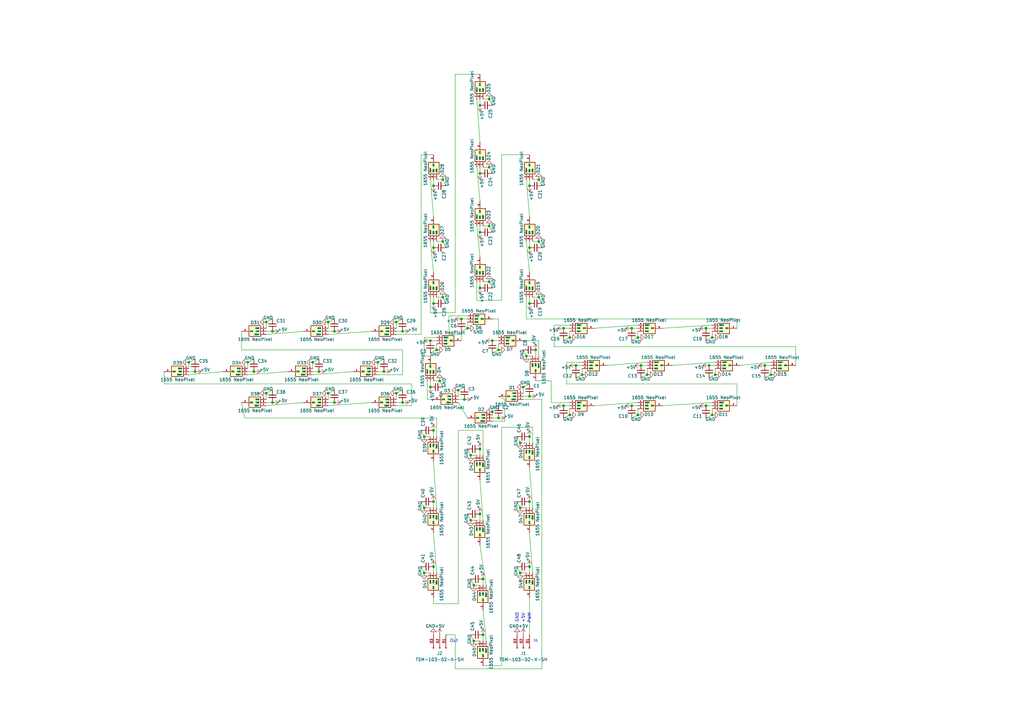
<source format=kicad_sch>
(kicad_sch (version 20250114) (generator "eeschema") (generator_version "9.0")
  (paper "A3")
  (title_block (title "Project NEO Zia") (date "5/19/2025") (rev "3"))
  (text "In" (at 219.71 262.89 0) (effects (font (size 1.27 1.27))))
  (text "PWM" (at 217.17 253.492 90) (effects (font (size 1.27 1.27))))
  (text "GND" (at 212.09 253.238 90) (effects (font (size 1.27 1.27))))
  (text "Out\n" (at 186.182 262.89 0) (effects (font (size 1.27 1.27))))
  (text "+5V" (at 214.63 253.492 90) (effects (font (size 1.27 1.27))))
  (junction (at 201.93 168.91))
  (junction (at 130.81 152.4))
  (junction (at 231.14 134.62))
  (junction (at 217.17 101.6))
  (junction (at 194.31 262.89))
  (junction (at 217.17 179.07))
  (junction (at 316.23 153.67))
  (junction (at 265.43 153.67))
  (junction (at 196.85 210.82))
  (junction (at 193.04 213.36))
  (junction (at 259.08 134.62))
  (junction (at 157.48 152.4))
  (junction (at 165.1 135.89))
  (junction (at 217.17 205.74))
  (junction (at 204.47 171.45))
  (junction (at 217.17 232.41))
  (junction (at 261.62 170.18))
  (junction (at 200.66 115.57))
  (junction (at 173.99 234.95))
  (junction (at 101.6 148.59))
  (junction (at 200.66 68.58))
  (junction (at 104.14 152.4))
  (junction (at 193.04 186.69))
  (junction (at 137.16 135.89))
  (junction (at 196.85 118.11))
  (junction (at 220.98 73.66))
  (junction (at 137.16 165.1))
  (junction (at 259.08 166.37))
  (junction (at 220.98 121.92))
  (junction (at 181.61 99.06))
  (junction (at 289.56 166.37))
  (junction (at 181.61 73.66))
  (junction (at 177.8 124.46))
  (junction (at 77.47 148.59))
  (junction (at 198.12 260.35))
  (junction (at 238.76 153.67))
  (junction (at 213.36 234.95))
  (junction (at 196.85 95.25))
  (junction (at 176.53 139.7))
  (junction (at 111.76 165.1))
  (junction (at 180.34 156.21))
  (junction (at 196.85 43.18))
  (junction (at 177.8 205.74))
  (junction (at 162.56 132.08))
  (junction (at 204.47 143.51))
  (junction (at 154.94 148.59))
  (junction (at 196.85 184.15))
  (junction (at 290.83 149.86))
  (junction (at 201.93 139.7))
  (junction (at 261.62 138.43))
  (junction (at 214.63 158.75))
  (junction (at 177.8 76.2))
  (junction (at 128.27 148.59))
  (junction (at 134.62 132.08))
  (junction (at 200.66 92.71))
  (junction (at 109.22 132.08))
  (junction (at 109.22 161.29))
  (junction (at 191.77 134.62))
  (junction (at 219.71 143.51))
  (junction (at 213.36 208.28))
  (junction (at 200.66 40.64))
  (junction (at 233.68 170.18))
  (junction (at 181.61 121.92))
  (junction (at 198.12 237.49))
  (junction (at 134.62 161.29))
  (junction (at 196.85 71.12))
  (junction (at 189.23 130.81))
  (junction (at 176.53 158.75))
  (junction (at 293.37 153.67))
  (junction (at 162.56 161.29))
  (junction (at 292.1 170.18))
  (junction (at 111.76 135.89))
  (junction (at 177.8 101.6))
  (junction (at 165.1 165.1))
  (junction (at 187.96 160.02))
  (junction (at 313.69 149.86))
  (junction (at 262.89 149.86))
  (junction (at 194.31 240.03))
  (junction (at 177.8 232.41))
  (junction (at 233.68 138.43))
  (junction (at 190.5 163.83))
  (junction (at 173.99 179.07))
  (junction (at 292.1 138.43))
  (junction (at 217.17 76.2))
  (junction (at 177.8 176.53))
  (junction (at 231.14 166.37))
  (junction (at 173.99 208.28))
  (junction (at 236.22 149.86))
  (junction (at 217.17 162.56))
  (junction (at 80.01 152.4))
  (junction (at 215.9 146.05))
  (junction (at 220.98 99.06))
  (junction (at 289.56 134.62))
  (junction (at 213.36 181.61))
  (junction (at 179.07 143.51))
  (junction (at 217.17 124.46))
  (wire (pts (xy 198.12 240.03) (xy 198.12 237.49)))
  (wire (pts (xy 261.62 138.43) (xy 259.08 139.7)))
  (wire (pts (xy 200.66 68.58) (xy 201.93 71.12)))
  (wire (pts (xy 293.37 153.67) (xy 290.83 154.94)))
  (wire (pts (xy 198.12 92.71) (xy 200.66 92.71)))
  (wire (pts (xy 201.93 167.64) (xy 204.47 166.37)))
  (wire (pts (xy 233.68 165.1) (xy 226.06 165.1)))
  (wire (pts (xy 201.93 170.18) (xy 201.93 168.91)))
  (wire (pts (xy 128.27 148.59) (xy 130.81 147.32)))
  (wire (pts (xy 220.98 73.66) (xy 222.25 76.2)))
  (wire (pts (xy 109.22 137.16) (xy 124.46 135.89)))
  (wire (pts (xy 179.07 234.95) (xy 177.8 218.44)))
  (wire (pts (xy 261.62 167.64) (xy 261.62 170.18)))
  (wire (pts (xy 293.37 148.59) (xy 275.59 149.86)))
  (wire (pts (xy 172.72 63.5) (xy 177.8 63.5)))
  (wire (pts (xy 193.04 213.36) (xy 191.77 210.82)))
  (wire (pts (xy 181.61 73.66) (xy 182.88 76.2)))
  (wire (pts (xy 233.68 138.43) (xy 231.14 139.7)))
  (wire (pts (xy 134.62 134.62) (xy 134.62 132.08)))
  (wire (pts (xy 194.31 262.89) (xy 193.04 260.35)))
  (wire (pts (xy 226.06 165.1) (xy 226.06 156.21)))
  (wire (pts (xy 177.8 247.65) (xy 177.8 245.11)))
  (wire (pts (xy 217.17 234.95) (xy 217.17 232.41)))
  (wire (pts (xy 196.85 262.89) (xy 194.31 262.89)))
  (wire (pts (xy 177.8 208.28) (xy 177.8 205.74)))
  (wire (pts (xy 109.22 166.37) (xy 124.46 165.1)))
  (wire (pts (xy 265.43 148.59) (xy 248.92 149.86)))
  (wire (pts (xy 218.44 181.61) (xy 218.44 175.26)))
  (wire (pts (xy 215.9 73.66) (xy 217.17 88.9)))
  (wire (pts (xy 198.12 213.36) (xy 196.85 196.85)))
  (wire (pts (xy 187.96 162.56) (xy 187.96 160.02)))
  (wire (pts (xy 293.37 149.86) (xy 290.83 149.86)))
  (wire (pts (xy 233.68 134.62) (xy 231.14 134.62)))
  (wire (pts (xy 186.69 260.35) (xy 186.69 274.32)))
  (wire (pts (xy 165.1 153.67) (xy 165.1 143.51)))
  (wire (pts (xy 292.1 167.64) (xy 292.1 170.18)))
  (wire (pts (xy 187.96 176.53) (xy 187.96 247.65)))
  (wire (pts (xy 100.33 171.45) (xy 99.06 165.1)))
  (wire (pts (xy 109.22 134.62) (xy 109.22 132.08)))
  (wire (pts (xy 205.74 123.19) (xy 205.74 63.5)))
  (wire (pts (xy 238.76 149.86) (xy 236.22 149.86)))
  (wire (pts (xy 134.62 165.1) (xy 137.16 165.1)))
  (wire (pts (xy 207.01 172.72) (xy 207.01 163.83)))
  (wire (pts (xy 109.22 165.1) (xy 111.76 165.1)))
  (wire (pts (xy 128.27 151.13) (xy 128.27 148.59)))
  (wire (pts (xy 101.6 151.13) (xy 101.6 148.59)))
  (wire (pts (xy 217.17 260.35) (xy 217.17 245.11)))
  (wire (pts (xy 168.91 166.37) (xy 168.91 157.48)))
  (wire (pts (xy 162.56 165.1) (xy 165.1 165.1)))
  (wire (pts (xy 179.07 73.66) (xy 181.61 73.66)))
  (wire (pts (xy 218.44 175.26) (xy 205.74 175.26)))
  (wire (pts (xy 204.47 139.7) (xy 201.93 139.7)))
  (wire (pts (xy 302.26 130.81) (xy 302.26 134.62)))
  (wire (pts (xy 201.93 167.64) (xy 201.93 168.91)))
  (wire (pts (xy 217.17 99.06) (xy 217.17 101.6)))
  (wire (pts (xy 220.98 146.05) (xy 220.98 139.7)))
  (wire (pts (xy 109.22 161.29) (xy 111.76 160.02)))
  (wire (pts (xy 199.39 240.03) (xy 196.85 223.52)))
  (wire (pts (xy 179.07 171.45) (xy 100.33 171.45)))
  (wire (pts (xy 128.27 152.4) (xy 130.81 152.4)))
  (wire (pts (xy 134.62 166.37) (xy 152.4 165.1)))
  (wire (pts (xy 195.58 40.64) (xy 196.85 58.42)))
  (wire (pts (xy 77.47 153.67) (xy 91.44 152.4)))
  (wire (pts (xy 189.23 137.16) (xy 189.23 139.7)))
  (wire (pts (xy 195.58 123.19) (xy 205.74 123.19)))
  (wire (pts (xy 176.53 179.07) (xy 173.99 179.07)))
  (wire (pts (xy 204.47 130.81) (xy 201.93 130.81)))
  (wire (pts (xy 213.36 208.28) (xy 212.09 205.74)))
  (wire (pts (xy 154.94 153.67) (xy 165.1 153.67)))
  (wire (pts (xy 181.61 121.92) (xy 182.88 124.46)))
  (wire (pts (xy 162.56 132.08) (xy 165.1 130.81)))
  (wire (pts (xy 292.1 166.37) (xy 289.56 166.37)))
  (wire (pts (xy 213.36 181.61) (xy 212.09 179.07)))
  (wire (pts (xy 293.37 151.13) (xy 293.37 153.67)))
  (wire (pts (xy 179.07 121.92) (xy 181.61 121.92)))
  (wire (pts (xy 316.23 148.59) (xy 303.53 149.86)))
  (wire (pts (xy 196.85 213.36) (xy 196.85 210.82)))
  (wire (pts (xy 316.23 149.86) (xy 313.69 149.86)))
  (wire (pts (xy 162.56 163.83) (xy 162.56 161.29)))
  (wire (pts (xy 165.1 143.51) (xy 99.06 143.51)))
  (wire (pts (xy 196.85 186.69) (xy 196.85 184.15)))
  (wire (pts (xy 233.68 166.37) (xy 231.14 166.37)))
  (wire (pts (xy 201.93 171.45) (xy 204.47 171.45)))
  (wire (pts (xy 316.23 151.13) (xy 316.23 153.67)))
  (wire (pts (xy 180.34 156.21) (xy 181.61 158.75)))
  (wire (pts (xy 173.99 234.95) (xy 172.72 232.41)))
  (wire (pts (xy 191.77 132.08) (xy 191.77 134.62)))
  (wire (pts (xy 193.04 186.69) (xy 191.77 184.15)))
  (wire (pts (xy 226.06 156.21) (xy 219.71 156.21)))
  (wire (pts (xy 179.07 138.43) (xy 173.99 138.43)))
  (wire (pts (xy 201.93 172.72) (xy 207.01 172.72)))
  (wire (pts (xy 218.44 208.28) (xy 217.17 191.77)))
  (wire (pts (xy 207.01 163.83) (xy 204.47 162.56)))
  (wire (pts (xy 176.53 156.21) (xy 176.53 158.75)))
  (wire (pts (xy 177.8 73.66) (xy 177.8 76.2)))
  (wire (pts (xy 77.47 152.4) (xy 80.01 152.4)))
  (wire (pts (xy 198.12 176.53) (xy 187.96 176.53)))
  (wire (pts (xy 218.44 99.06) (xy 220.98 99.06)))
  (wire (pts (xy 195.58 92.71) (xy 196.85 105.41)))
  (wire (pts (xy 195.58 68.58) (xy 196.85 82.55)))
  (wire (pts (xy 109.22 163.83) (xy 109.22 161.29)))
  (wire (pts (xy 217.17 208.28) (xy 217.17 205.74)))
  (wire (pts (xy 196.85 40.64) (xy 196.85 43.18)))
  (wire (pts (xy 196.85 115.57) (xy 196.85 118.11)))
  (wire (pts (xy 217.17 73.66) (xy 217.17 76.2)))
  (wire (pts (xy 177.8 121.92) (xy 177.8 124.46)))
  (wire (pts (xy 215.9 146.05) (xy 214.63 143.51)))
  (wire (pts (xy 179.07 179.07) (xy 179.07 171.45)))
  (wire (pts (xy 176.53 128.27) (xy 186.69 128.27)))
  (wire (pts (xy 200.66 115.57) (xy 201.93 118.11)))
  (wire (pts (xy 214.63 161.29) (xy 214.63 158.75)))
  (wire (pts (xy 204.47 138.43) (xy 204.47 130.81)))
  (wire (pts (xy 176.53 234.95) (xy 173.99 234.95)))
  (wire (pts (xy 220.98 121.92) (xy 222.25 124.46)))
  (wire (pts (xy 101.6 148.59) (xy 104.14 147.32)))
  (wire (pts (xy 261.62 166.37) (xy 259.08 166.37)))
  (wire (pts (xy 227.33 133.35) (xy 227.33 142.24)))
  (wire (pts (xy 261.62 134.62) (xy 259.08 134.62)))
  (wire (pts (xy 215.9 121.92) (xy 215.9 130.81)))
  (wire (pts (xy 233.68 135.89) (xy 233.68 138.43)))
  (wire (pts (xy 194.31 240.03) (xy 193.04 237.49)))
  (wire (pts (xy 154.94 152.4) (xy 157.48 152.4)))
  (wire (pts (xy 232.41 157.48) (xy 302.26 157.48)))
  (wire (pts (xy 77.47 151.13) (xy 77.47 148.59)))
  (wire (pts (xy 198.12 40.64) (xy 200.66 40.64)))
  (wire (pts (xy 195.58 186.69) (xy 193.04 186.69)))
  (wire (pts (xy 213.36 234.95) (xy 212.09 232.41)))
  (wire (pts (xy 198.12 186.69) (xy 198.12 176.53)))
  (wire (pts (xy 154.94 148.59) (xy 157.48 147.32)))
  (wire (pts (xy 205.74 273.05) (xy 198.12 273.05)))
  (wire (pts (xy 204.47 143.51) (xy 201.93 144.78)))
  (wire (pts (xy 187.96 165.1) (xy 191.77 171.45)))
  (wire (pts (xy 220.98 99.06) (xy 222.25 101.6)))
  (wire (pts (xy 219.71 146.05) (xy 219.71 143.51)))
  (wire (pts (xy 99.06 143.51) (xy 99.06 135.89)))
  (wire (pts (xy 196.85 240.03) (xy 194.31 240.03)))
  (wire (pts (xy 195.58 213.36) (xy 193.04 213.36)))
  (wire (pts (xy 176.53 99.06) (xy 177.8 111.76)))
  (wire (pts (xy 186.69 128.27) (xy 186.69 30.48)))
  (wire (pts (xy 154.94 151.13) (xy 154.94 148.59)))
  (wire (pts (xy 265.43 153.67) (xy 262.89 154.94)))
  (wire (pts (xy 179.07 143.51) (xy 176.53 144.78)))
  (wire (pts (xy 179.07 208.28) (xy 177.8 189.23)))
  (wire (pts (xy 227.33 142.24) (xy 326.39 142.24)))
  (wire (pts (xy 215.9 234.95) (xy 213.36 234.95)))
  (wire (pts (xy 233.68 167.64) (xy 233.68 170.18)))
  (wire (pts (xy 173.99 146.05) (xy 176.53 146.05)))
  (wire (pts (xy 134.62 135.89) (xy 137.16 135.89)))
  (wire (pts (xy 177.8 234.95) (xy 177.8 232.41)))
  (wire (pts (xy 109.22 132.08) (xy 111.76 130.81)))
  (wire (pts (xy 177.8 99.06) (xy 177.8 101.6)))
  (wire (pts (xy 200.66 92.71) (xy 201.93 95.25)))
  (wire (pts (xy 238.76 151.13) (xy 238.76 153.67)))
  (wire (pts (xy 162.56 135.89) (xy 165.1 135.89)))
  (wire (pts (xy 265.43 151.13) (xy 265.43 153.67)))
  (wire (pts (xy 199.39 262.89) (xy 198.12 250.19)))
  (wire (pts (xy 191.77 129.54) (xy 184.15 129.54)))
  (wire (pts (xy 187.96 163.83) (xy 190.5 163.83)))
  (wire (pts (xy 182.88 260.35) (xy 186.69 260.35)))
  (wire (pts (xy 200.66 40.64) (xy 201.93 43.18)))
  (wire (pts (xy 218.44 146.05) (xy 215.9 146.05)))
  (wire (pts (xy 292.1 135.89) (xy 292.1 138.43)))
  (wire (pts (xy 198.12 115.57) (xy 200.66 115.57)))
  (wire (pts (xy 77.47 148.59) (xy 80.01 147.32)))
  (wire (pts (xy 179.07 139.7) (xy 176.53 139.7)))
  (wire (pts (xy 101.6 152.4) (xy 104.14 152.4)))
  (wire (pts (xy 101.6 153.67) (xy 118.11 152.4)))
  (wire (pts (xy 193.04 134.62) (xy 191.77 134.62)))
  (wire (pts (xy 134.62 161.29) (xy 137.16 160.02)))
  (wire (pts (xy 191.77 134.62) (xy 189.23 135.89)))
  (wire (pts (xy 134.62 137.16) (xy 152.4 135.89)))
  (wire (pts (xy 179.07 140.97) (xy 179.07 143.51)))
  (wire (pts (xy 217.17 181.61) (xy 217.17 179.07)))
  (wire (pts (xy 186.69 274.32) (xy 222.25 274.32)))
  (wire (pts (xy 179.07 99.06) (xy 181.61 99.06)))
  (wire (pts (xy 109.22 135.89) (xy 111.76 135.89)))
  (wire (pts (xy 173.99 138.43) (xy 173.99 146.05)))
  (wire (pts (xy 181.61 99.06) (xy 182.88 101.6)))
  (wire (pts (xy 184.15 137.16) (xy 189.23 137.16)))
  (wire (pts (xy 196.85 92.71) (xy 196.85 95.25)))
  (wire (pts (xy 191.77 130.81) (xy 189.23 130.81)))
  (wire (pts (xy 261.62 133.35) (xy 243.84 134.62)))
  (wire (pts (xy 177.8 156.21) (xy 180.34 156.21)))
  (wire (pts (xy 176.53 73.66) (xy 177.8 88.9)))
  (wire (pts (xy 205.74 175.26) (xy 205.74 273.05)))
  (wire (pts (xy 233.68 170.18) (xy 231.14 171.45)))
  (wire (pts (xy 195.58 115.57) (xy 195.58 123.19)))
  (wire (pts (xy 218.44 73.66) (xy 220.98 73.66)))
  (wire (pts (xy 172.72 137.16) (xy 172.72 63.5)))
  (wire (pts (xy 218.44 121.92) (xy 220.98 121.92)))
  (wire (pts (xy 205.74 63.5) (xy 217.17 63.5)))
  (wire (pts (xy 176.53 121.92) (xy 176.53 128.27)))
  (wire (pts (xy 326.39 142.24) (xy 326.39 149.86)))
  (wire (pts (xy 233.68 133.35) (xy 227.33 133.35)))
  (wire (pts (xy 292.1 170.18) (xy 289.56 171.45)))
  (wire (pts (xy 215.9 208.28) (xy 213.36 208.28)))
  (wire (pts (xy 215.9 99.06) (xy 217.17 111.76)))
  (wire (pts (xy 186.69 30.48) (xy 196.85 30.48)))
  (wire (pts (xy 198.12 68.58) (xy 200.66 68.58)))
  (wire (pts (xy 162.56 134.62) (xy 162.56 132.08)))
  (wire (pts (xy 175.26 163.83) (xy 177.8 163.83)))
  (wire (pts (xy 222.25 163.83) (xy 222.25 274.32)))
  (wire (pts (xy 261.62 170.18) (xy 259.08 171.45)))
  (wire (pts (xy 184.15 129.54) (xy 184.15 137.16)))
  (wire (pts (xy 261.62 165.1) (xy 243.84 166.37)))
  (wire (pts (xy 238.76 148.59) (xy 232.41 148.59)))
  (wire (pts (xy 261.62 135.89) (xy 261.62 138.43)))
  (wire (pts (xy 173.99 179.07) (xy 172.72 176.53)))
  (wire (pts (xy 214.63 158.75) (xy 217.17 157.48)))
  (wire (pts (xy 177.8 179.07) (xy 177.8 176.53)))
  (wire (pts (xy 198.12 262.89) (xy 198.12 260.35)))
  (wire (pts (xy 128.27 153.67) (xy 144.78 152.4)))
  (wire (pts (xy 162.56 137.16) (xy 172.72 137.16)))
  (wire (pts (xy 175.26 156.21) (xy 175.26 163.83)))
  (wire (pts (xy 67.31 157.48) (xy 67.31 152.4)))
  (wire (pts (xy 134.62 132.08) (xy 137.16 130.81)))
  (wire (pts (xy 292.1 165.1) (xy 271.78 166.37)))
  (wire (pts (xy 217.17 121.92) (xy 217.17 124.46)))
  (wire (pts (xy 292.1 134.62) (xy 289.56 134.62)))
  (wire (pts (xy 215.9 181.61) (xy 213.36 181.61)))
  (wire (pts (xy 162.56 166.37) (xy 168.91 166.37)))
  (wire (pts (xy 214.63 162.56) (xy 217.17 162.56)))
  (wire (pts (xy 220.98 139.7) (xy 214.63 139.7)))
  (wire (pts (xy 162.56 161.29) (xy 165.1 160.02)))
  (wire (pts (xy 238.76 153.67) (xy 236.22 154.94)))
  (wire (pts (xy 196.85 68.58) (xy 196.85 71.12)))
  (wire (pts (xy 187.96 160.02) (xy 190.5 158.75)))
  (wire (pts (xy 173.99 208.28) (xy 172.72 205.74)))
  (wire (pts (xy 134.62 163.83) (xy 134.62 161.29)))
  (wire (pts (xy 265.43 149.86) (xy 262.89 149.86)))
  (wire (pts (xy 316.23 153.67) (xy 313.69 154.94)))
  (wire (pts (xy 187.96 247.65) (xy 177.8 247.65)))
  (wire (pts (xy 292.1 138.43) (xy 289.56 139.7)))
  (wire (pts (xy 67.31 157.48) (xy 168.91 157.48)))
  (wire (pts (xy 232.41 148.59) (xy 232.41 157.48)))
  (wire (pts (xy 215.9 130.81) (xy 302.26 130.81)))
  (wire (pts (xy 292.1 133.35) (xy 271.78 134.62)))
  (wire (pts (xy 218.44 234.95) (xy 217.17 218.44)))
  (wire (pts (xy 176.53 208.28) (xy 173.99 208.28)))
  (wire (pts (xy 204.47 140.97) (xy 204.47 143.51)))
  (wire (pts (xy 302.26 157.48) (xy 302.26 166.37)))
  (wire (pts (xy 214.63 163.83) (xy 222.25 163.83)))
  (symbol (lib_id "Device:C_Small") (at 190.5 161.29 180) (unit 1)
    (property "Reference" "C3" (at 192.024 159.512 0) (effects (justify right)))
    (property "Value" "C_Small" (effects (hide yes)))
    (property "Footprint" "CustomParts:CAPC220145_88N_KEM" (effects (hide yes)))
    (property "Description" "Unpolarized capacitor, small symbol" (effects (hide yes)))
  )
  (symbol (lib_id "Device:C_Small") (at 104.14 149.86 180) (unit 1)
    (property "Reference" "C34" (at 105.664 148.082 0) (effects (justify right)))
    (property "Value" "C_Small" (effects (hide yes)))
    (property "Footprint" "CustomParts:CAPC220145_88N_KEM" (effects (hide yes)))
    (property "Description" "Unpolarized capacitor, small symbol" (effects (hide yes)))
  )
  (symbol (lib_id "CustomParts:1655") (at 266.7 156.21 180) (unit 1)
    (property "Reference" "D13" (at 270.002 153.416 0))
    (property "Value" "1655 NeoPixel" (at 270.002 146.558 0))
    (property "Footprint" "CustomParts:LED_1655" (effects (hide yes)))
    (property "Description" "https://cdn-shop.adafruit.com/product-files/1655/SKC6812RV__12VOP0274E_REV.A1_EN%2812%29.pdf" (effects (hide yes)))
    (property "PARTREV" "01" (effects (hide yes)))
    (property "MANUFACTURER" "Adafruit Industries" (effects (hide yes)))
    (property "MAXIMUM_PACKAGE_HEIGHT" "1.6 mm" (effects (hide yes)))
    (property "STANDARD" "Manufacturer recommendations" (effects (hide yes)))
  )
  (symbol (lib_id "power:+5V") (at 313.69 149.86 90) (unit 1)
    (property "Reference" "#PWR030" (effects (hide yes)))
    (property "Value" "+5V" (at 311.658 150.622 90) (effects (justify left)))
    (property "Description" "Power symbol creates a global label with name \"+5V\"" (effects (hide yes)))
  )
  (symbol (lib_id "Device:C_Small") (at 189.23 133.35 0) (unit 1)
    (property "Reference" "C6" (at 187.452 133.604 0) (effects (justify right)))
    (property "Value" "C_Small" (effects (hide yes)))
    (property "Footprint" "CustomParts:CAPC220145_88N_KEM" (effects (hide yes)))
    (property "Description" "Unpolarized capacitor, small symbol" (effects (hide yes)))
  )
  (symbol (lib_id "power:GND") (at 181.61 73.66 180) (unit 1)
    (property "Reference" "#PWR055" (effects (hide yes)))
    (property "Value" "GND" (at 183.388 76.454 90) (effects (justify right)))
    (property "Description" "Power symbol creates a global label with name \"GND\" , ground" (effects (hide yes)))
  )
  (symbol (lib_id "Device:C_Small") (at 179.07 158.75 90) (unit 1)
    (property "Reference" "C4" (at 180.848 160.274 0) (effects (justify right)))
    (property "Value" "C_Small" (effects (hide yes)))
    (property "Footprint" "CustomParts:CAPC220145_88N_KEM" (effects (hide yes)))
    (property "Description" "Unpolarized capacitor, small symbol" (effects (hide yes)))
  )
  (symbol (lib_id "CustomParts:TSM-103-02-X-SH") (at 182.88 260.35 270) (unit 1)
    (property "Reference" "J2" (at 180.34 267.97 90))
    (property "Value" "TSM-103-02-X-SH" (at 180.34 270.51 90))
    (property "Footprint" "TSM-103-02-X-SH:SAMTEC_TSM-103-02-X-SH" (effects (hide yes)))
    (property "PARTREV" "11-6-92" (effects (hide yes)))
    (property "STANDARD" "Manufacturer Recommendation" (effects (hide yes)))
    (property "MAXIMUM_PACKAGE_HEIGHT" "3.05mm" (effects (hide yes)))
    (property "MANUFACTURER" "Samtec" (effects (hide yes)))
  )
  (symbol (lib_id "CustomParts:1655") (at 153.67 146.05 0) (unit 1)
    (property "Reference" "D32" (at 150.368 148.844 0))
    (property "Value" "1655 NeoPixel" (at 150.368 155.702 0))
    (property "Footprint" "CustomParts:LED_1655" (effects (hide yes)))
    (property "Description" "https://cdn-shop.adafruit.com/product-files/1655/SKC6812RV__12VOP0274E_REV.A1_EN%2812%29.pdf" (effects (hide yes)))
    (property "PARTREV" "01" (effects (hide yes)))
    (property "MANUFACTURER" "Adafruit Industries" (effects (hide yes)))
    (property "MAXIMUM_PACKAGE_HEIGHT" "1.6 mm" (effects (hide yes)))
    (property "STANDARD" "Manufacturer recommendations" (effects (hide yes)))
  )
  (symbol (lib_id "power:GND") (at 316.23 153.67 90) (unit 1)
    (property "Reference" "#PWR029" (effects (hide yes)))
    (property "Value" "GND" (at 313.436 155.448 90) (effects (justify right)))
    (property "Description" "Power symbol creates a global label with name \"GND\" , ground" (effects (hide yes)))
  )
  (symbol (lib_id "power:GND") (at 128.27 148.59 270) (unit 1)
    (property "Reference" "#PWR065" (effects (hide yes)))
    (property "Value" "GND" (at 131.064 146.812 90) (effects (justify right)))
    (property "Description" "Power symbol creates a global label with name \"GND\" , ground" (effects (hide yes)))
  )
  (symbol (lib_id "Device:C_Small") (at 289.56 137.16 0) (unit 1)
    (property "Reference" "C18" (at 288.036 138.938 0) (effects (justify right)))
    (property "Value" "C_Small" (effects (hide yes)))
    (property "Footprint" "CustomParts:CAPC220145_88N_KEM" (effects (hide yes)))
    (property "Description" "Unpolarized capacitor, small symbol" (effects (hide yes)))
  )
  (symbol (lib_id "CustomParts:1655") (at 171.45 236.22 90) (unit 1)
    (property "Reference" "D41" (at 174.244 239.522 0))
    (property "Value" "1655 NeoPixel" (at 181.102 239.522 0))
    (property "Footprint" "CustomParts:LED_1655" (effects (hide yes)))
    (property "Description" "https://cdn-shop.adafruit.com/product-files/1655/SKC6812RV__12VOP0274E_REV.A1_EN%2812%29.pdf" (effects (hide yes)))
    (property "PARTREV" "01" (effects (hide yes)))
    (property "MANUFACTURER" "Adafruit Industries" (effects (hide yes)))
    (property "MAXIMUM_PACKAGE_HEIGHT" "1.6 mm" (effects (hide yes)))
    (property "STANDARD" "Manufacturer recommendations" (effects (hide yes)))
  )
  (symbol (lib_id "Device:C_Small") (at 175.26 176.53 270) (unit 1)
    (property "Reference" "C39" (at 173.482 175.006 0) (effects (justify right)))
    (property "Value" "C_Small" (effects (hide yes)))
    (property "Footprint" "CustomParts:CAPC220145_88N_KEM" (effects (hide yes)))
    (property "Description" "Unpolarized capacitor, small symbol" (effects (hide yes)))
  )
  (symbol (lib_id "CustomParts:1655") (at 190.5 214.63 90) (unit 1)
    (property "Reference" "D43" (at 193.294 217.932 0))
    (property "Value" "1655 NeoPixel" (at 200.152 217.932 0))
    (property "Footprint" "CustomParts:LED_1655" (effects (hide yes)))
    (property "Description" "https://cdn-shop.adafruit.com/product-files/1655/SKC6812RV__12VOP0274E_REV.A1_EN%2812%29.pdf" (effects (hide yes)))
    (property "PARTREV" "01" (effects (hide yes)))
    (property "MANUFACTURER" "Adafruit Industries" (effects (hide yes)))
    (property "MAXIMUM_PACKAGE_HEIGHT" "1.6 mm" (effects (hide yes)))
    (property "STANDARD" "Manufacturer recommendations" (effects (hide yes)))
  )
  (symbol (lib_id "Device:C_Small") (at 175.26 232.41 270) (unit 1)
    (property "Reference" "C41" (at 173.482 230.886 0) (effects (justify right)))
    (property "Value" "C_Small" (effects (hide yes)))
    (property "Footprint" "CustomParts:CAPC220145_88N_KEM" (effects (hide yes)))
    (property "Description" "Unpolarized capacitor, small symbol" (effects (hide yes)))
  )
  (symbol (lib_id "CustomParts:1655") (at 213.36 156.21 0) (unit 1)
    (property "Reference" "D1" (at 210.058 159.004 0))
    (property "Value" "1655 NeoPixel" (at 210.058 165.862 0))
    (property "Footprint" "CustomParts:LED_1655" (effects (hide yes)))
    (property "Description" "https://cdn-shop.adafruit.com/product-files/1655/SKC6812RV__12VOP0274E_REV.A1_EN%2812%29.pdf" (effects (hide yes)))
    (property "PARTREV" "01" (effects (hide yes)))
    (property "MANUFACTURER" "Adafruit Industries" (effects (hide yes)))
    (property "MAXIMUM_PACKAGE_HEIGHT" "1.6 mm" (effects (hide yes)))
    (property "STANDARD" "Manufacturer recommendations" (effects (hide yes)))
  )
  (symbol (lib_id "CustomParts:1655") (at 100.33 146.05 0) (unit 1)
    (property "Reference" "D34" (at 97.028 148.844 0))
    (property "Value" "1655 NeoPixel" (at 97.028 155.702 0))
    (property "Footprint" "CustomParts:LED_1655" (effects (hide yes)))
    (property "Description" "https://cdn-shop.adafruit.com/product-files/1655/SKC6812RV__12VOP0274E_REV.A1_EN%2812%29.pdf" (effects (hide yes)))
    (property "PARTREV" "01" (effects (hide yes)))
    (property "MANUFACTURER" "Adafruit Industries" (effects (hide yes)))
    (property "MAXIMUM_PACKAGE_HEIGHT" "1.6 mm" (effects (hide yes)))
    (property "STANDARD" "Manufacturer recommendations" (effects (hide yes)))
  )
  (symbol (lib_id "Device:C_Small") (at 195.58 260.35 270) (unit 1)
    (property "Reference" "C45" (at 193.802 258.826 0) (effects (justify right)))
    (property "Value" "C_Small" (effects (hide yes)))
    (property "Footprint" "CustomParts:CAPC220145_88N_KEM" (effects (hide yes)))
    (property "Description" "Unpolarized capacitor, small symbol" (effects (hide yes)))
  )
  (symbol (lib_id "Device:C_Small") (at 195.58 237.49 270) (unit 1)
    (property "Reference" "C44" (at 193.802 235.966 0) (effects (justify right)))
    (property "Value" "C_Small" (effects (hide yes)))
    (property "Footprint" "CustomParts:CAPC220145_88N_KEM" (effects (hide yes)))
    (property "Description" "Unpolarized capacitor, small symbol" (effects (hide yes)))
  )
  (symbol (lib_id "Device:C_Small") (at 201.93 142.24 0) (unit 1)
    (property "Reference" "C7" (at 200.406 144.018 0) (effects (justify right)))
    (property "Value" "C_Small" (effects (hide yes)))
    (property "Footprint" "CustomParts:CAPC220145_88N_KEM" (effects (hide yes)))
    (property "Description" "Unpolarized capacitor, small symbol" (effects (hide yes)))
  )
  (symbol (lib_id "Device:C_Small") (at 231.14 168.91 0) (unit 1)
    (property "Reference" "C9" (at 229.616 170.688 0) (effects (justify right)))
    (property "Value" "C_Small" (effects (hide yes)))
    (property "Footprint" "CustomParts:CAPC220145_88N_KEM" (effects (hide yes)))
    (property "Description" "Unpolarized capacitor, small symbol" (effects (hide yes)))
  )
  (symbol (lib_id "power:+5V") (at 80.01 152.4 270) (unit 1)
    (property "Reference" "#PWR070" (effects (hide yes)))
    (property "Value" "+5V" (at 82.042 151.638 90) (effects (justify left)))
    (property "Description" "Power symbol creates a global label with name \"+5V\"" (effects (hide yes)))
  )
  (symbol (lib_id "Device:C_Small") (at 180.34 124.46 90) (unit 1)
    (property "Reference" "C26" (at 182.118 125.984 0) (effects (justify right)))
    (property "Value" "C_Small" (effects (hide yes)))
    (property "Footprint" "CustomParts:CAPC220145_88N_KEM" (effects (hide yes)))
    (property "Description" "Unpolarized capacitor, small symbol" (effects (hide yes)))
  )
  (symbol (lib_id "CustomParts:1655") (at 223.52 97.79 270) (unit 1)
    (property "Reference" "D20" (at 220.726 94.488 0))
    (property "Value" "1655 NeoPixel" (at 213.868 94.488 0))
    (property "Footprint" "CustomParts:LED_1655" (effects (hide yes)))
    (property "Description" "https://cdn-shop.adafruit.com/product-files/1655/SKC6812RV__12VOP0274E_REV.A1_EN%2812%29.pdf" (effects (hide yes)))
    (property "PARTREV" "01" (effects (hide yes)))
    (property "MANUFACTURER" "Adafruit Industries" (effects (hide yes)))
    (property "MAXIMUM_PACKAGE_HEIGHT" "1.6 mm" (effects (hide yes)))
    (property "STANDARD" "Manufacturer recommendations" (effects (hide yes)))
  )
  (symbol (lib_id "power:+5V") (at 198.12 237.49 0) (unit 1)
    (property "Reference" "#PWR088" (effects (hide yes)))
    (property "Value" "+5V" (at 197.358 235.458 90) (effects (justify left)))
    (property "Description" "Power symbol creates a global label with name \"+5V\"" (effects (hide yes)))
  )
  (symbol (lib_id "power:GND") (at 220.98 73.66 180) (unit 1)
    (property "Reference" "#PWR041" (effects (hide yes)))
    (property "Value" "GND" (at 222.758 76.454 90) (effects (justify right)))
    (property "Description" "Power symbol creates a global label with name \"GND\" , ground" (effects (hide yes)))
  )
  (symbol (lib_id "power:GND") (at 201.93 168.91 270) (unit 1)
    (property "Reference" "#PWR03" (effects (hide yes)))
    (property "Value" "GND" (at 204.724 167.132 90) (effects (justify right)))
    (property "Description" "Power symbol creates a global label with name \"GND\" , ground" (effects (hide yes)))
  )
  (symbol (lib_id "CustomParts:1655") (at 200.66 165.1 0) (unit 1)
    (property "Reference" "D2" (at 197.358 167.894 0))
    (property "Value" "1655 NeoPixel" (at 197.358 174.752 0))
    (property "Footprint" "CustomParts:LED_1655" (effects (hide yes)))
    (property "Description" "https://cdn-shop.adafruit.com/product-files/1655/SKC6812RV__12VOP0274E_REV.A1_EN%2812%29.pdf" (effects (hide yes)))
    (property "PARTREV" "01" (effects (hide yes)))
    (property "MANUFACTURER" "Adafruit Industries" (effects (hide yes)))
    (property "MAXIMUM_PACKAGE_HEIGHT" "1.6 mm" (effects (hide yes)))
    (property "STANDARD" "Manufacturer recommendations" (effects (hide yes)))
  )
  (symbol (lib_id "power:+5V") (at 111.76 165.1 270) (unit 1)
    (property "Reference" "#PWR076" (effects (hide yes)))
    (property "Value" "+5V" (at 113.792 164.338 90) (effects (justify left)))
    (property "Description" "Power symbol creates a global label with name \"+5V\"" (effects (hide yes)))
  )
  (symbol (lib_id "power:GND") (at 180.34 156.21 180) (unit 1)
    (property "Reference" "#PWR07" (effects (hide yes)))
    (property "Value" "GND" (at 182.118 159.004 90) (effects (justify right)))
    (property "Description" "Power symbol creates a global label with name \"GND\" , ground" (effects (hide yes)))
  )
  (symbol (lib_id "Device:C_Small") (at 219.71 101.6 90) (unit 1)
    (property "Reference" "C20" (at 221.488 103.124 0) (effects (justify right)))
    (property "Value" "C_Small" (effects (hide yes)))
    (property "Footprint" "CustomParts:CAPC220145_88N_KEM" (effects (hide yes)))
    (property "Description" "Unpolarized capacitor, small symbol" (effects (hide yes)))
  )
  (symbol (lib_id "CustomParts:1655") (at 210.82 236.22 90) (unit 1)
    (property "Reference" "D48" (at 213.614 239.522 0))
    (property "Value" "1655 NeoPixel" (at 220.472 239.522 0))
    (property "Footprint" "CustomParts:LED_1655" (effects (hide yes)))
    (property "Description" "https://cdn-shop.adafruit.com/product-files/1655/SKC6812RV__12VOP0274E_REV.A1_EN%2812%29.pdf" (effects (hide yes)))
    (property "PARTREV" "01" (effects (hide yes)))
    (property "MANUFACTURER" "Adafruit Industries" (effects (hide yes)))
    (property "MAXIMUM_PACKAGE_HEIGHT" "1.6 mm" (effects (hide yes)))
    (property "STANDARD" "Manufacturer recommendations" (effects (hide yes)))
  )
  (symbol (lib_id "power:+5V") (at 201.93 139.7 90) (unit 1)
    (property "Reference" "#PWR014" (effects (hide yes)))
    (property "Value" "+5V" (at 199.898 140.462 90) (effects (justify left)))
    (property "Description" "Power symbol creates a global label with name \"+5V\"" (effects (hide yes)))
  )
  (symbol (lib_id "CustomParts:1655") (at 203.2 39.37 270) (unit 1)
    (property "Reference" "D25" (at 200.406 36.068 0))
    (property "Value" "1655 NeoPixel" (at 193.548 36.068 0))
    (property "Footprint" "CustomParts:LED_1655" (effects (hide yes)))
    (property "Description" "https://cdn-shop.adafruit.com/product-files/1655/SKC6812RV__12VOP0274E_REV.A1_EN%2812%29.pdf" (effects (hide yes)))
    (property "PARTREV" "01" (effects (hide yes)))
    (property "MANUFACTURER" "Adafruit Industries" (effects (hide yes)))
    (property "MAXIMUM_PACKAGE_HEIGHT" "1.6 mm" (effects (hide yes)))
    (property "STANDARD" "Manufacturer recommendations" (effects (hide yes)))
  )
  (symbol (lib_id "Device:C_Small") (at 137.16 133.35 180) (unit 1)
    (property "Reference" "C30" (at 138.684 131.572 0) (effects (justify right)))
    (property "Value" "C_Small" (effects (hide yes)))
    (property "Footprint" "CustomParts:CAPC220145_88N_KEM" (effects (hide yes)))
    (property "Description" "Unpolarized capacitor, small symbol" (effects (hide yes)))
  )
  (symbol (lib_id "power:GND") (at 187.96 160.02 270) (unit 1)
    (property "Reference" "#PWR05" (effects (hide yes)))
    (property "Value" "GND" (at 190.754 158.242 90) (effects (justify right)))
    (property "Description" "Power symbol creates a global label with name \"GND\" , ground" (effects (hide yes)))
  )
  (symbol (lib_id "CustomParts:1655") (at 191.77 241.3 90) (unit 1)
    (property "Reference" "D44" (at 194.564 244.602 0))
    (property "Value" "1655 NeoPixel" (at 201.422 244.602 0))
    (property "Footprint" "CustomParts:LED_1655" (effects (hide yes)))
    (property "Description" "https://cdn-shop.adafruit.com/product-files/1655/SKC6812RV__12VOP0274E_REV.A1_EN%2812%29.pdf" (effects (hide yes)))
    (property "PARTREV" "01" (effects (hide yes)))
    (property "MANUFACTURER" "Adafruit Industries" (effects (hide yes)))
    (property "MAXIMUM_PACKAGE_HEIGHT" "1.6 mm" (effects (hide yes)))
    (property "STANDARD" "Manufacturer recommendations" (effects (hide yes)))
  )
  (symbol (lib_id "Device:C_Small") (at 231.14 137.16 0) (unit 1)
    (property "Reference" "C16" (at 229.616 138.938 0) (effects (justify right)))
    (property "Value" "C_Small" (effects (hide yes)))
    (property "Footprint" "CustomParts:CAPC220145_88N_KEM" (effects (hide yes)))
    (property "Description" "Unpolarized capacitor, small symbol" (effects (hide yes)))
  )
  (symbol (lib_id "power:+5V") (at 204.47 171.45 270) (unit 1)
    (property "Reference" "#PWR04" (effects (hide yes)))
    (property "Value" "+5V" (at 206.502 170.688 90) (effects (justify left)))
    (property "Description" "Power symbol creates a global label with name \"+5V\"" (effects (hide yes)))
  )
  (symbol (lib_id "power:+5V") (at 196.85 118.11 180) (unit 1)
    (property "Reference" "#PWR044" (effects (hide yes)))
    (property "Value" "+5V" (at 197.612 120.142 90) (effects (justify left)))
    (property "Description" "Power symbol creates a global label with name \"+5V\"" (effects (hide yes)))
  )
  (symbol (lib_id "power:GND") (at 220.98 121.92 180) (unit 1)
    (property "Reference" "#PWR037" (effects (hide yes)))
    (property "Value" "GND" (at 222.758 124.714 90) (effects (justify right)))
    (property "Description" "Power symbol creates a global label with name \"GND\" , ground" (effects (hide yes)))
  )
  (symbol (lib_id "Device:C_Small") (at 259.08 168.91 0) (unit 1)
    (property "Reference" "C10" (at 257.556 170.688 0) (effects (justify right)))
    (property "Value" "C_Small" (effects (hide yes)))
    (property "Footprint" "CustomParts:CAPC220145_88N_KEM" (effects (hide yes)))
    (property "Description" "Unpolarized capacitor, small symbol" (effects (hide yes)))
  )
  (symbol (lib_id "Device:C_Small") (at 176.53 142.24 0) (unit 1)
    (property "Reference" "C5" (at 175.006 144.018 0) (effects (justify right)))
    (property "Value" "C_Small" (effects (hide yes)))
    (property "Footprint" "CustomParts:CAPC220145_88N_KEM" (effects (hide yes)))
    (property "Description" "Unpolarized capacitor, small symbol" (effects (hide yes)))
  )
  (symbol (lib_id "power:GND") (at 293.37 153.67 90) (unit 1)
    (property "Reference" "#PWR027" (effects (hide yes)))
    (property "Value" "GND" (at 290.576 155.448 90) (effects (justify right)))
    (property "Description" "Power symbol creates a global label with name \"GND\" , ground" (effects (hide yes)))
  )
  (symbol (lib_id "power:+5V") (at 180.34 260.35 0) (unit 1)
    (property "Reference" "#PWR0100" (effects (hide yes)))
    (property "Value" "+5V" (at 180.34 256.794 0))
    (property "Description" "Power symbol creates a global label with name \"+5V\"" (effects (hide yes)))
  )
  (symbol (lib_id "power:+5V") (at 177.8 76.2 180) (unit 1)
    (property "Reference" "#PWR056" (effects (hide yes)))
    (property "Value" "+5V" (at 178.562 78.232 90) (effects (justify left)))
    (property "Description" "Power symbol creates a global label with name \"+5V\"" (effects (hide yes)))
  )
  (symbol (lib_id "Device:C_Small") (at 199.39 43.18 90) (unit 1)
    (property "Reference" "C25" (at 201.168 44.704 0) (effects (justify right)))
    (property "Value" "C_Small" (effects (hide yes)))
    (property "Footprint" "CustomParts:CAPC220145_88N_KEM" (effects (hide yes)))
    (property "Description" "Unpolarized capacitor, small symbol" (effects (hide yes)))
  )
  (symbol (lib_id "power:+5V") (at 290.83 149.86 90) (unit 1)
    (property "Reference" "#PWR028" (effects (hide yes)))
    (property "Value" "+5V" (at 288.798 150.622 90) (effects (justify left)))
    (property "Description" "Power symbol creates a global label with name \"+5V\"" (effects (hide yes)))
  )
  (symbol (lib_id "power:+5V") (at 196.85 43.18 180) (unit 1)
    (property "Reference" "#PWR050" (effects (hide yes)))
    (property "Value" "+5V" (at 197.612 45.212 90) (effects (justify left)))
    (property "Description" "Power symbol creates a global label with name \"+5V\"" (effects (hide yes)))
  )
  (symbol (lib_id "power:GND") (at 265.43 153.67 90) (unit 1)
    (property "Reference" "#PWR025" (effects (hide yes)))
    (property "Value" "GND" (at 262.636 155.448 90) (effects (justify right)))
    (property "Description" "Power symbol creates a global label with name \"GND\" , ground" (effects (hide yes)))
  )
  (symbol (lib_id "power:+5V") (at 177.8 176.53 0) (unit 1)
    (property "Reference" "#PWR078" (effects (hide yes)))
    (property "Value" "+5V" (at 177.038 174.498 90) (effects (justify left)))
    (property "Description" "Power symbol creates a global label with name \"+5V\"" (effects (hide yes)))
  )
  (symbol (lib_id "power:GND") (at 204.47 143.51 90) (unit 1)
    (property "Reference" "#PWR013" (effects (hide yes)))
    (property "Value" "GND" (at 201.676 145.288 90) (effects (justify right)))
    (property "Description" "Power symbol creates a global label with name \"GND\" , ground" (effects (hide yes)))
  )
  (symbol (lib_id "power:+5V") (at 217.17 101.6 180) (unit 1)
    (property "Reference" "#PWR040" (effects (hide yes)))
    (property "Value" "+5V" (at 217.932 103.632 90) (effects (justify left)))
    (property "Description" "Power symbol creates a global label with name \"+5V\"" (effects (hide yes)))
  )
  (symbol (lib_id "power:GND") (at 213.36 234.95 0) (unit 1)
    (property "Reference" "#PWR095" (effects (hide yes)))
    (property "Value" "GND" (at 211.582 232.156 90) (effects (justify right)))
    (property "Description" "Power symbol creates a global label with name \"GND\" , ground" (effects (hide yes)))
  )
  (symbol (lib_id "power:+5V") (at 236.22 149.86 90) (unit 1)
    (property "Reference" "#PWR024" (effects (hide yes)))
    (property "Value" "+5V" (at 234.188 150.622 90) (effects (justify left)))
    (property "Description" "Power symbol creates a global label with name \"+5V\"" (effects (hide yes)))
  )
  (symbol (lib_id "CustomParts:1655") (at 107.95 129.54 0) (unit 1)
    (property "Reference" "D31" (at 104.648 132.334 0))
    (property "Value" "1655 NeoPixel" (at 104.648 139.192 0))
    (property "Footprint" "CustomParts:LED_1655" (effects (hide yes)))
    (property "Description" "https://cdn-shop.adafruit.com/product-files/1655/SKC6812RV__12VOP0274E_REV.A1_EN%2812%29.pdf" (effects (hide yes)))
    (property "PARTREV" "01" (effects (hide yes)))
    (property "MANUFACTURER" "Adafruit Industries" (effects (hide yes)))
    (property "MAXIMUM_PACKAGE_HEIGHT" "1.6 mm" (effects (hide yes)))
    (property "STANDARD" "Manufacturer recommendations" (effects (hide yes)))
  )
  (symbol (lib_id "power:GND") (at 134.62 132.08 270) (unit 1)
    (property "Reference" "#PWR059" (effects (hide yes)))
    (property "Value" "GND" (at 137.414 130.302 90) (effects (justify right)))
    (property "Description" "Power symbol creates a global label with name \"GND\" , ground" (effects (hide yes)))
  )
  (symbol (lib_id "Device:C_Small") (at 262.89 152.4 0) (unit 1)
    (property "Reference" "C13" (at 261.366 154.178 0) (effects (justify right)))
    (property "Value" "C_Small" (effects (hide yes)))
    (property "Footprint" "CustomParts:CAPC220145_88N_KEM" (effects (hide yes)))
    (property "Description" "Unpolarized capacitor, small symbol" (effects (hide yes)))
  )
  (symbol (lib_id "Device:C_Small") (at 157.48 149.86 180) (unit 1)
    (property "Reference" "C32" (at 159.004 148.082 0) (effects (justify right)))
    (property "Value" "C_Small" (effects (hide yes)))
    (property "Footprint" "CustomParts:CAPC220145_88N_KEM" (effects (hide yes)))
    (property "Description" "Unpolarized capacitor, small symbol" (effects (hide yes)))
  )
  (symbol (lib_id "power:+5V") (at 177.8 232.41 0) (unit 1)
    (property "Reference" "#PWR082" (effects (hide yes)))
    (property "Value" "+5V" (at 177.038 230.378 90) (effects (justify left)))
    (property "Description" "Power symbol creates a global label with name \"+5V\"" (effects (hide yes)))
  )
  (symbol (lib_id "power:+5V") (at 196.85 71.12 180) (unit 1)
    (property "Reference" "#PWR048" (effects (hide yes)))
    (property "Value" "+5V" (at 197.612 73.152 90) (effects (justify left)))
    (property "Description" "Power symbol creates a global label with name \"+5V\"" (effects (hide yes)))
  )
  (symbol (lib_id "CustomParts:1655") (at 205.74 146.05 180) (unit 1)
    (property "Reference" "D7" (at 209.042 143.256 0))
    (property "Value" "1655 NeoPixel" (at 209.042 136.398 0))
    (property "Footprint" "CustomParts:LED_1655" (effects (hide yes)))
    (property "Description" "https://cdn-shop.adafruit.com/product-files/1655/SKC6812RV__12VOP0274E_REV.A1_EN%2812%29.pdf" (effects (hide yes)))
    (property "PARTREV" "01" (effects (hide yes)))
    (property "MANUFACTURER" "Adafruit Industries" (effects (hide yes)))
    (property "MAXIMUM_PACKAGE_HEIGHT" "1.6 mm" (effects (hide yes)))
    (property "STANDARD" "Manufacturer recommendations" (effects (hide yes)))
  )
  (symbol (lib_id "CustomParts:1655") (at 161.29 158.75 0) (unit 1)
    (property "Reference" "D36" (at 157.988 161.544 0))
    (property "Value" "1655 NeoPixel" (at 157.988 168.402 0))
    (property "Footprint" "CustomParts:LED_1655" (effects (hide yes)))
    (property "Description" "https://cdn-shop.adafruit.com/product-files/1655/SKC6812RV__12VOP0274E_REV.A1_EN%2812%29.pdf" (effects (hide yes)))
    (property "PARTREV" "01" (effects (hide yes)))
    (property "MANUFACTURER" "Adafruit Industries" (effects (hide yes)))
    (property "MAXIMUM_PACKAGE_HEIGHT" "1.6 mm" (effects (hide yes)))
    (property "STANDARD" "Manufacturer recommendations" (effects (hide yes)))
  )
  (symbol (lib_id "power:GND") (at 173.99 179.07 0) (unit 1)
    (property "Reference" "#PWR077" (effects (hide yes)))
    (property "Value" "GND" (at 172.212 176.276 90) (effects (justify right)))
    (property "Description" "Power symbol creates a global label with name \"GND\" , ground" (effects (hide yes)))
  )
  (symbol (lib_id "power:GND") (at 213.36 181.61 0) (unit 1)
    (property "Reference" "#PWR091" (effects (hide yes)))
    (property "Value" "GND" (at 211.582 178.816 90) (effects (justify right)))
    (property "Description" "Power symbol creates a global label with name \"GND\" , ground" (effects (hide yes)))
  )
  (symbol (lib_id "power:GND") (at 179.07 143.51 90) (unit 1)
    (property "Reference" "#PWR09" (effects (hide yes)))
    (property "Value" "GND" (at 176.276 145.288 90) (effects (justify right)))
    (property "Description" "Power symbol creates a global label with name \"GND\" , ground" (effects (hide yes)))
  )
  (symbol (lib_id "power:GND") (at 181.61 121.92 180) (unit 1)
    (property "Reference" "#PWR051" (effects (hide yes)))
    (property "Value" "GND" (at 183.388 124.714 90) (effects (justify right)))
    (property "Description" "Power symbol creates a global label with name \"GND\" , ground" (effects (hide yes)))
  )
  (symbol (lib_id "CustomParts:1655") (at 234.95 140.97 180) (unit 1)
    (property "Reference" "D16" (at 238.252 138.176 0))
    (property "Value" "1655 NeoPixel" (at 238.252 131.318 0))
    (property "Footprint" "CustomParts:LED_1655" (effects (hide yes)))
    (property "Description" "https://cdn-shop.adafruit.com/product-files/1655/SKC6812RV__12VOP0274E_REV.A1_EN%2812%29.pdf" (effects (hide yes)))
    (property "PARTREV" "01" (effects (hide yes)))
    (property "MANUFACTURER" "Adafruit Industries" (effects (hide yes)))
    (property "MAXIMUM_PACKAGE_HEIGHT" "1.6 mm" (effects (hide yes)))
    (property "STANDARD" "Manufacturer recommendations" (effects (hide yes)))
  )
  (symbol (lib_id "power:+5V") (at 196.85 210.82 0) (unit 1)
    (property "Reference" "#PWR086" (effects (hide yes)))
    (property "Value" "+5V" (at 196.088 208.788 90) (effects (justify left)))
    (property "Description" "Power symbol creates a global label with name \"+5V\"" (effects (hide yes)))
  )
  (symbol (lib_id "power:GND") (at 220.98 99.06 180) (unit 1)
    (property "Reference" "#PWR039" (effects (hide yes)))
    (property "Value" "GND" (at 222.758 101.854 90) (effects (justify right)))
    (property "Description" "Power symbol creates a global label with name \"GND\" , ground" (effects (hide yes)))
  )
  (symbol (lib_id "power:GND") (at 194.31 240.03 0) (unit 1)
    (property "Reference" "#PWR087" (effects (hide yes)))
    (property "Value" "GND" (at 192.532 237.236 90) (effects (justify right)))
    (property "Description" "Power symbol creates a global label with name \"GND\" , ground" (effects (hide yes)))
  )
  (symbol (lib_id "Device:C_Small") (at 194.31 210.82 270) (unit 1)
    (property "Reference" "C43" (at 192.532 209.296 0) (effects (justify right)))
    (property "Value" "C_Small" (effects (hide yes)))
    (property "Footprint" "CustomParts:CAPC220145_88N_KEM" (effects (hide yes)))
    (property "Description" "Unpolarized capacitor, small symbol" (effects (hide yes)))
  )
  (symbol (lib_id "power:+5V") (at 157.48 152.4 270) (unit 1)
    (property "Reference" "#PWR064" (effects (hide yes)))
    (property "Value" "+5V" (at 159.512 151.638 90) (effects (justify left)))
    (property "Description" "Power symbol creates a global label with name \"+5V\"" (effects (hide yes)))
  )
  (symbol (lib_id "power:+5V") (at 165.1 165.1 270) (unit 1)
    (property "Reference" "#PWR072" (effects (hide yes)))
    (property "Value" "+5V" (at 167.132 164.338 90) (effects (justify left)))
    (property "Description" "Power symbol creates a global label with name \"+5V\"" (effects (hide yes)))
  )
  (symbol (lib_id "power:+5V") (at 198.12 260.35 0) (unit 1)
    (property "Reference" "#PWR090" (effects (hide yes)))
    (property "Value" "+5V" (at 197.358 258.318 90) (effects (justify left)))
    (property "Description" "Power symbol creates a global label with name \"+5V\"" (effects (hide yes)))
  )
  (symbol (lib_id "Device:C_Small") (at 214.63 179.07 270) (unit 1)
    (property "Reference" "C46" (at 212.852 177.546 0) (effects (justify right)))
    (property "Value" "C_Small" (effects (hide yes)))
    (property "Footprint" "CustomParts:CAPC220145_88N_KEM" (effects (hide yes)))
    (property "Description" "Unpolarized capacitor, small symbol" (effects (hide yes)))
  )
  (symbol (lib_id "Device:C_Small") (at 111.76 162.56 180) (unit 1)
    (property "Reference" "C38" (at 113.284 160.782 0) (effects (justify right)))
    (property "Value" "C_Small" (effects (hide yes)))
    (property "Footprint" "CustomParts:CAPC220145_88N_KEM" (effects (hide yes)))
    (property "Description" "Unpolarized capacitor, small symbol" (effects (hide yes)))
  )
  (symbol (lib_id "power:+5V") (at 219.71 143.51 0) (unit 1)
    (property "Reference" "#PWR016" (effects (hide yes)))
    (property "Value" "+5V" (at 218.948 141.478 90) (effects (justify left)))
    (property "Description" "Power symbol creates a global label with name \"+5V\"" (effects (hide yes)))
  )
  (symbol (lib_id "CustomParts:1655") (at 223.52 120.65 270) (unit 1)
    (property "Reference" "D19" (at 220.726 117.348 0))
    (property "Value" "1655 NeoPixel" (at 213.868 117.348 0))
    (property "Footprint" "CustomParts:LED_1655" (effects (hide yes)))
    (property "Description" "https://cdn-shop.adafruit.com/product-files/1655/SKC6812RV__12VOP0274E_REV.A1_EN%2812%29.pdf" (effects (hide yes)))
    (property "PARTREV" "01" (effects (hide yes)))
    (property "MANUFACTURER" "Adafruit Industries" (effects (hide yes)))
    (property "MAXIMUM_PACKAGE_HEIGHT" "1.6 mm" (effects (hide yes)))
    (property "STANDARD" "Manufacturer recommendations" (effects (hide yes)))
  )
  (symbol (lib_id "power:GND") (at 193.04 213.36 0) (unit 1)
    (property "Reference" "#PWR085" (effects (hide yes)))
    (property "Value" "GND" (at 191.262 210.566 90) (effects (justify right)))
    (property "Description" "Power symbol creates a global label with name \"GND\" , ground" (effects (hide yes)))
  )
  (symbol (lib_id "Device:C_Small") (at 165.1 162.56 180) (unit 1)
    (property "Reference" "C36" (at 166.624 160.782 0) (effects (justify right)))
    (property "Value" "C_Small" (effects (hide yes)))
    (property "Footprint" "CustomParts:CAPC220145_88N_KEM" (effects (hide yes)))
    (property "Description" "Unpolarized capacitor, small symbol" (effects (hide yes)))
  )
  (symbol (lib_id "power:+5V") (at 217.17 162.56 270) (unit 1)
    (property "Reference" "#PWR01" (effects (hide yes)))
    (property "Value" "+5V" (at 219.202 161.798 90) (effects (justify left)))
    (property "Description" "Power symbol creates a global label with name \"+5V\"" (effects (hide yes)))
  )
  (symbol (lib_id "power:+5V") (at 259.08 166.37 90) (unit 1)
    (property "Reference" "#PWR020" (effects (hide yes)))
    (property "Value" "+5V" (at 257.048 167.132 90) (effects (justify left)))
    (property "Description" "Power symbol creates a global label with name \"+5V\"" (effects (hide yes)))
  )
  (symbol (lib_id "power:GND") (at 238.76 153.67 90) (unit 1)
    (property "Reference" "#PWR023" (effects (hide yes)))
    (property "Value" "GND" (at 235.966 155.448 90) (effects (justify right)))
    (property "Description" "Power symbol creates a global label with name \"GND\" , ground" (effects (hide yes)))
  )
  (symbol (lib_id "power:GND") (at 215.9 146.05 0) (unit 1)
    (property "Reference" "#PWR015" (effects (hide yes)))
    (property "Value" "GND" (at 214.122 143.256 90) (effects (justify right)))
    (property "Description" "Power symbol creates a global label with name \"GND\" , ground" (effects (hide yes)))
  )
  (symbol (lib_id "power:GND") (at 233.68 138.43 90) (unit 1)
    (property "Reference" "#PWR031" (effects (hide yes)))
    (property "Value" "GND" (at 230.886 140.208 90) (effects (justify right)))
    (property "Description" "Power symbol creates a global label with name \"GND\" , ground" (effects (hide yes)))
  )
  (symbol (lib_id "Device:C_Small") (at 204.47 168.91 180) (unit 1)
    (property "Reference" "C2" (at 205.994 167.132 0) (effects (justify right)))
    (property "Value" "C_Small" (effects (hide yes)))
    (property "Footprint" "CustomParts:CAPC220145_88N_KEM" (effects (hide yes)))
    (property "Description" "Unpolarized capacitor, small symbol" (effects (hide yes)))
  )
  (symbol (lib_id "Device:C_Small") (at 130.81 149.86 180) (unit 1)
    (property "Reference" "C33" (at 132.334 148.082 0) (effects (justify right)))
    (property "Value" "C_Small" (effects (hide yes)))
    (property "Footprint" "CustomParts:CAPC220145_88N_KEM" (effects (hide yes)))
    (property "Description" "Unpolarized capacitor, small symbol" (effects (hide yes)))
  )
  (symbol (lib_id "power:+5V") (at 176.53 139.7 90) (unit 1)
    (property "Reference" "#PWR010" (effects (hide yes)))
    (property "Value" "+5V" (at 174.498 140.462 90) (effects (justify left)))
    (property "Description" "Power symbol creates a global label with name \"+5V\"" (effects (hide yes)))
  )
  (symbol (lib_id "power:+5V") (at 217.17 124.46 180) (unit 1)
    (property "Reference" "#PWR038" (effects (hide yes)))
    (property "Value" "+5V" (at 217.932 126.492 90) (effects (justify left)))
    (property "Description" "Power symbol creates a global label with name \"+5V\"" (effects (hide yes)))
  )
  (symbol (lib_id "power:GND") (at 101.6 148.59 270) (unit 1)
    (property "Reference" "#PWR067" (effects (hide yes)))
    (property "Value" "GND" (at 104.394 146.812 90) (effects (justify right)))
    (property "Description" "Power symbol creates a global label with name \"GND\" , ground" (effects (hide yes)))
  )
  (symbol (lib_id "CustomParts:1655") (at 203.2 114.3 270) (unit 1)
    (property "Reference" "D22" (at 200.406 110.998 0))
    (property "Value" "1655 NeoPixel" (at 193.548 110.998 0))
    (property "Footprint" "CustomParts:LED_1655" (effects (hide yes)))
    (property "Description" "https://cdn-shop.adafruit.com/product-files/1655/SKC6812RV__12VOP0274E_REV.A1_EN%2812%29.pdf" (effects (hide yes)))
    (property "PARTREV" "01" (effects (hide yes)))
    (property "MANUFACTURER" "Adafruit Industries" (effects (hide yes)))
    (property "MAXIMUM_PACKAGE_HEIGHT" "1.6 mm" (effects (hide yes)))
    (property "STANDARD" "Manufacturer recommendations" (effects (hide yes)))
  )
  (symbol (lib_id "Device:C_Small") (at 199.39 118.11 90) (unit 1)
    (property "Reference" "C22" (at 201.168 119.634 0) (effects (justify right)))
    (property "Value" "C_Small" (effects (hide yes)))
    (property "Footprint" "CustomParts:CAPC220145_88N_KEM" (effects (hide yes)))
    (property "Description" "Unpolarized capacitor, small symbol" (effects (hide yes)))
  )
  (symbol (lib_id "power:GND") (at 200.66 92.71 180) (unit 1)
    (property "Reference" "#PWR045" (effects (hide yes)))
    (property "Value" "GND" (at 202.438 95.504 90) (effects (justify right)))
    (property "Description" "Power symbol creates a global label with name \"GND\" , ground" (effects (hide yes)))
  )
  (symbol (lib_id "power:GND") (at 109.22 132.08 270) (unit 1)
    (property "Reference" "#PWR061" (effects (hide yes)))
    (property "Value" "GND" (at 112.014 130.302 90) (effects (justify right)))
    (property "Description" "Power symbol creates a global label with name \"GND\" , ground" (effects (hide yes)))
  )
  (symbol (lib_id "CustomParts:1655") (at 317.5 156.21 180) (unit 1)
    (property "Reference" "D15" (at 320.802 153.416 0))
    (property "Value" "1655 NeoPixel" (at 320.802 146.558 0))
    (property "Footprint" "CustomParts:LED_1655" (effects (hide yes)))
    (property "Description" "https://cdn-shop.adafruit.com/product-files/1655/SKC6812RV__12VOP0274E_REV.A1_EN%2812%29.pdf" (effects (hide yes)))
    (property "PARTREV" "01" (effects (hide yes)))
    (property "MANUFACTURER" "Adafruit Industries" (effects (hide yes)))
    (property "MAXIMUM_PACKAGE_HEIGHT" "1.6 mm" (effects (hide yes)))
    (property "STANDARD" "Manufacturer recommendations" (effects (hide yes)))
  )
  (symbol (lib_id "CustomParts:1655") (at 234.95 172.72 180) (unit 1)
    (property "Reference" "D9" (at 238.252 169.926 0))
    (property "Value" "1655 NeoPixel" (at 238.252 163.068 0))
    (property "Footprint" "CustomParts:LED_1655" (effects (hide yes)))
    (property "Description" "https://cdn-shop.adafruit.com/product-files/1655/SKC6812RV__12VOP0274E_REV.A1_EN%2812%29.pdf" (effects (hide yes)))
    (property "PARTREV" "01" (effects (hide yes)))
    (property "MANUFACTURER" "Adafruit Industries" (effects (hide yes)))
    (property "MAXIMUM_PACKAGE_HEIGHT" "1.6 mm" (effects (hide yes)))
    (property "STANDARD" "Manufacturer recommendations" (effects (hide yes)))
  )
  (symbol (lib_id "CustomParts:1655") (at 203.2 91.44 270) (unit 1)
    (property "Reference" "D23" (at 200.406 88.138 0))
    (property "Value" "1655 NeoPixel" (at 193.548 88.138 0))
    (property "Footprint" "CustomParts:LED_1655" (effects (hide yes)))
    (property "Description" "https://cdn-shop.adafruit.com/product-files/1655/SKC6812RV__12VOP0274E_REV.A1_EN%2812%29.pdf" (effects (hide yes)))
    (property "PARTREV" "01" (effects (hide yes)))
    (property "MANUFACTURER" "Adafruit Industries" (effects (hide yes)))
    (property "MAXIMUM_PACKAGE_HEIGHT" "1.6 mm" (effects (hide yes)))
    (property "STANDARD" "Manufacturer recommendations" (effects (hide yes)))
  )
  (symbol (lib_id "CustomParts:1655") (at 171.45 209.55 90) (unit 1)
    (property "Reference" "D40" (at 174.244 212.852 0))
    (property "Value" "1655 NeoPixel" (at 181.102 212.852 0))
    (property "Footprint" "CustomParts:LED_1655" (effects (hide yes)))
    (property "Description" "https://cdn-shop.adafruit.com/product-files/1655/SKC6812RV__12VOP0274E_REV.A1_EN%2812%29.pdf" (effects (hide yes)))
    (property "PARTREV" "01" (effects (hide yes)))
    (property "MANUFACTURER" "Adafruit Industries" (effects (hide yes)))
    (property "MAXIMUM_PACKAGE_HEIGHT" "1.6 mm" (effects (hide yes)))
    (property "STANDARD" "Manufacturer recommendations" (effects (hide yes)))
  )
  (symbol (lib_id "power:+5V") (at 137.16 165.1 270) (unit 1)
    (property "Reference" "#PWR074" (effects (hide yes)))
    (property "Value" "+5V" (at 139.192 164.338 90) (effects (justify left)))
    (property "Description" "Power symbol creates a global label with name \"+5V\"" (effects (hide yes)))
  )
  (symbol (lib_id "power:GND") (at 214.63 158.75 270) (unit 1)
    (property "Reference" "#PWR02" (effects (hide yes)))
    (property "Value" "GND" (at 217.424 156.972 90) (effects (justify right)))
    (property "Description" "Power symbol creates a global label with name \"GND\" , ground" (effects (hide yes)))
  )
  (symbol (lib_id "power:+5V") (at 262.89 149.86 90) (unit 1)
    (property "Reference" "#PWR026" (effects (hide yes)))
    (property "Value" "+5V" (at 260.858 150.622 90) (effects (justify left)))
    (property "Description" "Power symbol creates a global label with name \"+5V\"" (effects (hide yes)))
  )
  (symbol (lib_id "power:GND") (at 200.66 115.57 180) (unit 1)
    (property "Reference" "#PWR043" (effects (hide yes)))
    (property "Value" "GND" (at 202.438 118.364 90) (effects (justify right)))
    (property "Description" "Power symbol creates a global label with name \"GND\" , ground" (effects (hide yes)))
  )
  (symbol (lib_id "CustomParts:1655") (at 171.45 180.34 90) (unit 1)
    (property "Reference" "D39" (at 174.244 183.642 0))
    (property "Value" "1655 NeoPixel" (at 181.102 183.642 0))
    (property "Footprint" "CustomParts:LED_1655" (effects (hide yes)))
    (property "Description" "https://cdn-shop.adafruit.com/product-files/1655/SKC6812RV__12VOP0274E_REV.A1_EN%2812%29.pdf" (effects (hide yes)))
    (property "PARTREV" "01" (effects (hide yes)))
    (property "MANUFACTURER" "Adafruit Industries" (effects (hide yes)))
    (property "MAXIMUM_PACKAGE_HEIGHT" "1.6 mm" (effects (hide yes)))
    (property "STANDARD" "Manufacturer recommendations" (effects (hide yes)))
  )
  (symbol (lib_id "Device:C_Small") (at 137.16 162.56 180) (unit 1)
    (property "Reference" "C37" (at 138.684 160.782 0) (effects (justify right)))
    (property "Value" "C_Small" (effects (hide yes)))
    (property "Footprint" "CustomParts:CAPC220145_88N_KEM" (effects (hide yes)))
    (property "Description" "Unpolarized capacitor, small symbol" (effects (hide yes)))
  )
  (symbol (lib_id "power:+5V") (at 196.85 184.15 0) (unit 1)
    (property "Reference" "#PWR084" (effects (hide yes)))
    (property "Value" "+5V" (at 196.088 182.118 90) (effects (justify left)))
    (property "Description" "Power symbol creates a global label with name \"+5V\"" (effects (hide yes)))
  )
  (symbol (lib_id "CustomParts:1655") (at 262.89 140.97 180) (unit 1)
    (property "Reference" "D17" (at 266.192 138.176 0))
    (property "Value" "1655 NeoPixel" (at 266.192 131.318 0))
    (property "Footprint" "CustomParts:LED_1655" (effects (hide yes)))
    (property "Description" "https://cdn-shop.adafruit.com/product-files/1655/SKC6812RV__12VOP0274E_REV.A1_EN%2812%29.pdf" (effects (hide yes)))
    (property "PARTREV" "01" (effects (hide yes)))
    (property "MANUFACTURER" "Adafruit Industries" (effects (hide yes)))
    (property "MAXIMUM_PACKAGE_HEIGHT" "1.6 mm" (effects (hide yes)))
    (property "STANDARD" "Manufacturer recommendations" (effects (hide yes)))
  )
  (symbol (lib_id "Device:C_Small") (at 289.56 168.91 0) (unit 1)
    (property "Reference" "C11" (at 288.036 170.688 0) (effects (justify right)))
    (property "Value" "C_Small" (effects (hide yes)))
    (property "Footprint" "CustomParts:CAPC220145_88N_KEM" (effects (hide yes)))
    (property "Description" "Unpolarized capacitor, small symbol" (effects (hide yes)))
  )
  (symbol (lib_id "Device:C_Small") (at 175.26 205.74 270) (unit 1)
    (property "Reference" "C40" (at 173.482 204.216 0) (effects (justify right)))
    (property "Value" "C_Small" (effects (hide yes)))
    (property "Footprint" "CustomParts:CAPC220145_88N_KEM" (effects (hide yes)))
    (property "Description" "Unpolarized capacitor, small symbol" (effects (hide yes)))
  )
  (symbol (lib_id "power:+5V") (at 190.5 163.83 270) (unit 1)
    (property "Reference" "#PWR06" (effects (hide yes)))
    (property "Value" "+5V" (at 192.532 163.068 90) (effects (justify left)))
    (property "Description" "Power symbol creates a global label with name \"+5V\"" (effects (hide yes)))
  )
  (symbol (lib_id "power:GND") (at 191.77 134.62 90) (unit 1)
    (property "Reference" "#PWR011" (effects (hide yes)))
    (property "Value" "GND" (at 194.056 136.144 90) (effects (justify right)))
    (property "Description" "Power symbol creates a global label with name \"GND\" , ground" (effects (hide yes)))
  )
  (symbol (lib_id "power:GND") (at 193.04 186.69 0) (unit 1)
    (property "Reference" "#PWR083" (effects (hide yes)))
    (property "Value" "GND" (at 191.262 183.896 90) (effects (justify right)))
    (property "Description" "Power symbol creates a global label with name \"GND\" , ground" (effects (hide yes)))
  )
  (symbol (lib_id "Device:C_Small") (at 180.34 101.6 90) (unit 1)
    (property "Reference" "C27" (at 182.118 103.124 0) (effects (justify right)))
    (property "Value" "C_Small" (effects (hide yes)))
    (property "Footprint" "CustomParts:CAPC220145_88N_KEM" (effects (hide yes)))
    (property "Description" "Unpolarized capacitor, small symbol" (effects (hide yes)))
  )
  (symbol (lib_id "power:+5V") (at 111.76 135.89 270) (unit 1)
    (property "Reference" "#PWR062" (effects (hide yes)))
    (property "Value" "+5V" (at 113.792 135.128 90) (effects (justify left)))
    (property "Description" "Power symbol creates a global label with name \"+5V\"" (effects (hide yes)))
  )
  (symbol (lib_id "CustomParts:1655") (at 193.04 137.16 180) (unit 1)
    (property "Reference" "D6" (at 196.342 134.366 0))
    (property "Value" "1655 NeoPixel" (at 196.342 127.508 0))
    (property "Footprint" "CustomParts:LED_1655" (effects (hide yes)))
    (property "Description" "https://cdn-shop.adafruit.com/product-files/1655/SKC6812RV__12VOP0274E_REV.A1_EN%2812%29.pdf" (effects (hide yes)))
    (property "PARTREV" "01" (effects (hide yes)))
    (property "MANUFACTURER" "Adafruit Industries" (effects (hide yes)))
    (property "MAXIMUM_PACKAGE_HEIGHT" "1.6 mm" (effects (hide yes)))
    (property "STANDARD" "Manufacturer recommendations" (effects (hide yes)))
  )
  (symbol (lib_id "power:GND") (at 109.22 161.29 270) (unit 1)
    (property "Reference" "#PWR075" (effects (hide yes)))
    (property "Value" "GND" (at 112.014 159.512 90) (effects (justify right)))
    (property "Description" "Power symbol creates a global label with name \"GND\" , ground" (effects (hide yes)))
  )
  (symbol (lib_id "Device:C_Small") (at 199.39 71.12 90) (unit 1)
    (property "Reference" "C24" (at 201.168 72.644 0) (effects (justify right)))
    (property "Value" "C_Small" (effects (hide yes)))
    (property "Footprint" "CustomParts:CAPC220145_88N_KEM" (effects (hide yes)))
    (property "Description" "Unpolarized capacitor, small symbol" (effects (hide yes)))
  )
  (symbol (lib_id "power:+5V") (at 214.63 260.35 0) (unit 1)
    (property "Reference" "#PWR097" (effects (hide yes)))
    (property "Value" "+5V" (at 214.63 256.794 0))
    (property "Description" "Power symbol creates a global label with name \"+5V\"" (effects (hide yes)))
  )
  (symbol (lib_id "power:GND") (at 292.1 170.18 90) (unit 1)
    (property "Reference" "#PWR021" (effects (hide yes)))
    (property "Value" "GND" (at 289.306 171.958 90) (effects (justify right)))
    (property "Description" "Power symbol creates a global label with name \"GND\" , ground" (effects (hide yes)))
  )
  (symbol (lib_id "power:+5V") (at 217.17 76.2 180) (unit 1)
    (property "Reference" "#PWR042" (effects (hide yes)))
    (property "Value" "+5V" (at 217.932 78.232 90) (effects (justify left)))
    (property "Description" "Power symbol creates a global label with name \"+5V\"" (effects (hide yes)))
  )
  (symbol (lib_id "CustomParts:1655") (at 184.15 97.79 270) (unit 1)
    (property "Reference" "D27" (at 181.356 94.488 0))
    (property "Value" "1655 NeoPixel" (at 174.498 94.488 0))
    (property "Footprint" "CustomParts:LED_1655" (effects (hide yes)))
    (property "Description" "https://cdn-shop.adafruit.com/product-files/1655/SKC6812RV__12VOP0274E_REV.A1_EN%2812%29.pdf" (effects (hide yes)))
    (property "PARTREV" "01" (effects (hide yes)))
    (property "MANUFACTURER" "Adafruit Industries" (effects (hide yes)))
    (property "MAXIMUM_PACKAGE_HEIGHT" "1.6 mm" (effects (hide yes)))
    (property "STANDARD" "Manufacturer recommendations" (effects (hide yes)))
  )
  (symbol (lib_id "CustomParts:1655") (at 294.64 156.21 180) (unit 1)
    (property "Reference" "D14" (at 297.942 153.416 0))
    (property "Value" "1655 NeoPixel" (at 297.942 146.558 0))
    (property "Footprint" "CustomParts:LED_1655" (effects (hide yes)))
    (property "Description" "https://cdn-shop.adafruit.com/product-files/1655/SKC6812RV__12VOP0274E_REV.A1_EN%2812%29.pdf" (effects (hide yes)))
    (property "PARTREV" "01" (effects (hide yes)))
    (property "MANUFACTURER" "Adafruit Industries" (effects (hide yes)))
    (property "MAXIMUM_PACKAGE_HEIGHT" "1.6 mm" (effects (hide yes)))
    (property "STANDARD" "Manufacturer recommendations" (effects (hide yes)))
  )
  (symbol (lib_id "Device:C_Small") (at 219.71 76.2 90) (unit 1)
    (property "Reference" "C21" (at 221.488 77.724 0) (effects (justify right)))
    (property "Value" "C_Small" (effects (hide yes)))
    (property "Footprint" "CustomParts:CAPC220145_88N_KEM" (effects (hide yes)))
    (property "Description" "Unpolarized capacitor, small symbol" (effects (hide yes)))
  )
  (symbol (lib_id "Device:C_Small") (at 217.17 143.51 270) (unit 1)
    (property "Reference" "C8" (at 215.392 141.986 0) (effects (justify right)))
    (property "Value" "C_Small" (effects (hide yes)))
    (property "Footprint" "CustomParts:CAPC220145_88N_KEM" (effects (hide yes)))
    (property "Description" "Unpolarized capacitor, small symbol" (effects (hide yes)))
  )
  (symbol (lib_id "CustomParts:1655") (at 293.37 172.72 180) (unit 1)
    (property "Reference" "D11" (at 296.672 169.926 0))
    (property "Value" "1655 NeoPixel" (at 296.672 163.068 0))
    (property "Footprint" "CustomParts:LED_1655" (effects (hide yes)))
    (property "Description" "https://cdn-shop.adafruit.com/product-files/1655/SKC6812RV__12VOP0274E_REV.A1_EN%2812%29.pdf" (effects (hide yes)))
    (property "PARTREV" "01" (effects (hide yes)))
    (property "MANUFACTURER" "Adafruit Industries" (effects (hide yes)))
    (property "MAXIMUM_PACKAGE_HEIGHT" "1.6 mm" (effects (hide yes)))
    (property "STANDARD" "Manufacturer recommendations" (effects (hide yes)))
  )
  (symbol (lib_id "Device:C_Small") (at 180.34 76.2 90) (unit 1)
    (property "Reference" "C28" (at 182.118 77.724 0) (effects (justify right)))
    (property "Value" "C_Small" (effects (hide yes)))
    (property "Footprint" "CustomParts:CAPC220145_88N_KEM" (effects (hide yes)))
    (property "Description" "Unpolarized capacitor, small symbol" (effects (hide yes)))
  )
  (symbol (lib_id "power:GND") (at 233.68 170.18 90) (unit 1)
    (property "Reference" "#PWR017" (effects (hide yes)))
    (property "Value" "GND" (at 230.886 171.958 90) (effects (justify right)))
    (property "Description" "Power symbol creates a global label with name \"GND\" , ground" (effects (hide yes)))
  )
  (symbol (lib_id "CustomParts:1655") (at 184.15 72.39 270) (unit 1)
    (property "Reference" "D28" (at 181.356 69.088 0))
    (property "Value" "1655 NeoPixel" (at 174.498 69.088 0))
    (property "Footprint" "CustomParts:LED_1655" (effects (hide yes)))
    (property "Description" "https://cdn-shop.adafruit.com/product-files/1655/SKC6812RV__12VOP0274E_REV.A1_EN%2812%29.pdf" (effects (hide yes)))
    (property "PARTREV" "01" (effects (hide yes)))
    (property "MANUFACTURER" "Adafruit Industries" (effects (hide yes)))
    (property "MAXIMUM_PACKAGE_HEIGHT" "1.6 mm" (effects (hide yes)))
    (property "STANDARD" "Manufacturer recommendations" (effects (hide yes)))
  )
  (symbol (lib_id "power:+5V") (at 259.08 134.62 90) (unit 1)
    (property "Reference" "#PWR034" (effects (hide yes)))
    (property "Value" "+5V" (at 257.048 135.382 90) (effects (justify left)))
    (property "Description" "Power symbol creates a global label with name \"+5V\"" (effects (hide yes)))
  )
  (symbol (lib_id "power:GND") (at 173.99 234.95 0) (unit 1)
    (property "Reference" "#PWR081" (effects (hide yes)))
    (property "Value" "GND" (at 172.212 232.156 90) (effects (justify right)))
    (property "Description" "Power symbol creates a global label with name \"GND\" , ground" (effects (hide yes)))
  )
  (symbol (lib_id "power:GND") (at 261.62 170.18 90) (unit 1)
    (property "Reference" "#PWR019" (effects (hide yes)))
    (property "Value" "GND" (at 258.826 171.958 90) (effects (justify right)))
    (property "Description" "Power symbol creates a global label with name \"GND\" , ground" (effects (hide yes)))
  )
  (symbol (lib_id "CustomParts:TSM-103-02-X-SH") (at 217.17 260.35 270) (unit 1)
    (property "Reference" "J1" (at 214.63 267.97 90))
    (property "Value" "TSM-103-02-X-SH" (at 214.63 270.51 90))
    (property "Footprint" "TSM-103-02-X-SH:SAMTEC_TSM-103-02-X-SH" (effects (hide yes)))
    (property "PARTREV" "11-6-92" (effects (hide yes)))
    (property "STANDARD" "Manufacturer Recommendation" (effects (hide yes)))
    (property "MAXIMUM_PACKAGE_HEIGHT" "3.05mm" (effects (hide yes)))
    (property "MANUFACTURER" "Samtec" (effects (hide yes)))
  )
  (symbol (lib_id "power:GND") (at 200.66 68.58 180) (unit 1)
    (property "Reference" "#PWR047" (effects (hide yes)))
    (property "Value" "GND" (at 202.438 71.374 90) (effects (justify right)))
    (property "Description" "Power symbol creates a global label with name \"GND\" , ground" (effects (hide yes)))
  )
  (symbol (lib_id "Device:C_Small") (at 236.22 152.4 0) (unit 1)
    (property "Reference" "C12" (at 234.696 154.178 0) (effects (justify right)))
    (property "Value" "C_Small" (effects (hide yes)))
    (property "Footprint" "CustomParts:CAPC220145_88N_KEM" (effects (hide yes)))
    (property "Description" "Unpolarized capacitor, small symbol" (effects (hide yes)))
  )
  (symbol (lib_id "CustomParts:1655") (at 186.69 157.48 0) (unit 1)
    (property "Reference" "D3" (at 183.388 160.274 0))
    (property "Value" "1655 NeoPixel" (at 183.388 167.132 0))
    (property "Footprint" "CustomParts:LED_1655" (effects (hide yes)))
    (property "Description" "https://cdn-shop.adafruit.com/product-files/1655/SKC6812RV__12VOP0274E_REV.A1_EN%2812%29.pdf" (effects (hide yes)))
    (property "PARTREV" "01" (effects (hide yes)))
    (property "MANUFACTURER" "Adafruit Industries" (effects (hide yes)))
    (property "MAXIMUM_PACKAGE_HEIGHT" "1.6 mm" (effects (hide yes)))
    (property "STANDARD" "Manufacturer recommendations" (effects (hide yes)))
  )
  (symbol (lib_id "power:+5V") (at 217.17 232.41 0) (unit 1)
    (property "Reference" "#PWR096" (effects (hide yes)))
    (property "Value" "+5V" (at 216.408 230.378 90) (effects (justify left)))
    (property "Description" "Power symbol creates a global label with name \"+5V\"" (effects (hide yes)))
  )
  (symbol (lib_id "CustomParts:1655") (at 184.15 120.65 270) (unit 1)
    (property "Reference" "D26" (at 181.356 117.348 0))
    (property "Value" "1655 NeoPixel" (at 174.498 117.348 0))
    (property "Footprint" "CustomParts:LED_1655" (effects (hide yes)))
    (property "Description" "https://cdn-shop.adafruit.com/product-files/1655/SKC6812RV__12VOP0274E_REV.A1_EN%2812%29.pdf" (effects (hide yes)))
    (property "PARTREV" "01" (effects (hide yes)))
    (property "MANUFACTURER" "Adafruit Industries" (effects (hide yes)))
    (property "MAXIMUM_PACKAGE_HEIGHT" "1.6 mm" (effects (hide yes)))
    (property "STANDARD" "Manufacturer recommendations" (effects (hide yes)))
  )
  (symbol (lib_id "power:GND") (at 162.56 161.29 270) (unit 1)
    (property "Reference" "#PWR071" (effects (hide yes)))
    (property "Value" "GND" (at 165.354 159.512 90) (effects (justify right)))
    (property "Description" "Power symbol creates a global label with name \"GND\" , ground" (effects (hide yes)))
  )
  (symbol (lib_id "CustomParts:1655") (at 223.52 72.39 270) (unit 1)
    (property "Reference" "D21" (at 220.726 69.088 0))
    (property "Value" "1655 NeoPixel" (at 213.868 69.088 0))
    (property "Footprint" "CustomParts:LED_1655" (effects (hide yes)))
    (property "Description" "https://cdn-shop.adafruit.com/product-files/1655/SKC6812RV__12VOP0274E_REV.A1_EN%2812%29.pdf" (effects (hide yes)))
    (property "PARTREV" "01" (effects (hide yes)))
    (property "MANUFACTURER" "Adafruit Industries" (effects (hide yes)))
    (property "MAXIMUM_PACKAGE_HEIGHT" "1.6 mm" (effects (hide yes)))
    (property "STANDARD" "Manufacturer recommendations" (effects (hide yes)))
  )
  (symbol (lib_id "power:+5V") (at 104.14 152.4 270) (unit 1)
    (property "Reference" "#PWR068" (effects (hide yes)))
    (property "Value" "+5V" (at 106.172 151.638 90) (effects (justify left)))
    (property "Description" "Power symbol creates a global label with name \"+5V\"" (effects (hide yes)))
  )
  (symbol (lib_id "power:+5V") (at 289.56 134.62 90) (unit 1)
    (property "Reference" "#PWR036" (effects (hide yes)))
    (property "Value" "+5V" (at 287.528 135.382 90) (effects (justify left)))
    (property "Description" "Power symbol creates a global label with name \"+5V\"" (effects (hide yes)))
  )
  (symbol (lib_id "power:GND") (at 200.66 40.64 180) (unit 1)
    (property "Reference" "#PWR049" (effects (hide yes)))
    (property "Value" "GND" (at 202.438 43.434 90) (effects (justify right)))
    (property "Description" "Power symbol creates a global label with name \"GND\" , ground" (effects (hide yes)))
  )
  (symbol (lib_id "power:+5V") (at 177.8 124.46 180) (unit 1)
    (property "Reference" "#PWR052" (effects (hide yes)))
    (property "Value" "+5V" (at 178.562 126.492 90) (effects (justify left)))
    (property "Description" "Power symbol creates a global label with name \"+5V\"" (effects (hide yes)))
  )
  (symbol (lib_id "Device:C_Small") (at 80.01 149.86 180) (unit 1)
    (property "Reference" "C35" (at 81.534 148.082 0) (effects (justify right)))
    (property "Value" "C_Small" (effects (hide yes)))
    (property "Footprint" "CustomParts:CAPC220145_88N_KEM" (effects (hide yes)))
    (property "Description" "Unpolarized capacitor, small symbol" (effects (hide yes)))
  )
  (symbol (lib_id "CustomParts:1655") (at 293.37 140.97 180) (unit 1)
    (property "Reference" "D18" (at 296.672 138.176 0))
    (property "Value" "1655 NeoPixel" (at 296.672 131.318 0))
    (property "Footprint" "CustomParts:LED_1655" (effects (hide yes)))
    (property "Description" "https://cdn-shop.adafruit.com/product-files/1655/SKC6812RV__12VOP0274E_REV.A1_EN%2812%29.pdf" (effects (hide yes)))
    (property "PARTREV" "01" (effects (hide yes)))
    (property "MANUFACTURER" "Adafruit Industries" (effects (hide yes)))
    (property "MAXIMUM_PACKAGE_HEIGHT" "1.6 mm" (effects (hide yes)))
    (property "STANDARD" "Manufacturer recommendations" (effects (hide yes)))
  )
  (symbol (lib_id "power:+5V") (at 217.17 205.74 0) (unit 1)
    (property "Reference" "#PWR094" (effects (hide yes)))
    (property "Value" "+5V" (at 216.408 203.708 90) (effects (justify left)))
    (property "Description" "Power symbol creates a global label with name \"+5V\"" (effects (hide yes)))
  )
  (symbol (lib_id "power:GND") (at 77.47 148.59 270) (unit 1)
    (property "Reference" "#PWR069" (effects (hide yes)))
    (property "Value" "GND" (at 80.264 146.812 90) (effects (justify right)))
    (property "Description" "Power symbol creates a global label with name \"GND\" , ground" (effects (hide yes)))
  )
  (symbol (lib_id "Device:C_Small") (at 214.63 205.74 270) (unit 1)
    (property "Reference" "C47" (at 212.852 204.216 0) (effects (justify right)))
    (property "Value" "C_Small" (effects (hide yes)))
    (property "Footprint" "CustomParts:CAPC220145_88N_KEM" (effects (hide yes)))
    (property "Description" "Unpolarized capacitor, small symbol" (effects (hide yes)))
  )
  (symbol (lib_id "power:GND") (at 194.31 262.89 0) (unit 1)
    (property "Reference" "#PWR089" (effects (hide yes)))
    (property "Value" "GND" (at 192.532 260.096 90) (effects (justify right)))
    (property "Description" "Power symbol creates a global label with name \"GND\" , ground" (effects (hide yes)))
  )
  (symbol (lib_id "power:+5V") (at 196.85 95.25 180) (unit 1)
    (property "Reference" "#PWR046" (effects (hide yes)))
    (property "Value" "+5V" (at 197.612 97.282 90) (effects (justify left)))
    (property "Description" "Power symbol creates a global label with name \"+5V\"" (effects (hide yes)))
  )
  (symbol (lib_id "CustomParts:1655") (at 213.36 147.32 90) (unit 1)
    (property "Reference" "D8" (at 216.154 153.162 0))
    (property "Value" "1655 NeoPixel" (at 223.012 150.622 0))
    (property "Footprint" "CustomParts:LED_1655" (effects (hide yes)))
    (property "Description" "https://cdn-shop.adafruit.com/product-files/1655/SKC6812RV__12VOP0274E_REV.A1_EN%2812%29.pdf" (effects (hide yes)))
    (property "PARTREV" "01" (effects (hide yes)))
    (property "MANUFACTURER" "Adafruit Industries" (effects (hide yes)))
    (property "MAXIMUM_PACKAGE_HEIGHT" "1.6 mm" (effects (hide yes)))
    (property "STANDARD" "Manufacturer recommendations" (effects (hide yes)))
  )
  (symbol (lib_id "power:GND") (at 177.8 260.35 180) (unit 1)
    (property "Reference" "#PWR099" (effects (hide yes)))
    (property "Value" "GND" (at 176.53 256.794 0))
    (property "Description" "Power symbol creates a global label with name \"GND\" , ground" (effects (hide yes)))
  )
  (symbol (lib_id "power:GND") (at 261.62 138.43 90) (unit 1)
    (property "Reference" "#PWR033" (effects (hide yes)))
    (property "Value" "GND" (at 258.826 140.208 90) (effects (justify right)))
    (property "Description" "Power symbol creates a global label with name \"GND\" , ground" (effects (hide yes)))
  )
  (symbol (lib_id "power:+5V") (at 177.8 205.74 0) (unit 1)
    (property "Reference" "#PWR080" (effects (hide yes)))
    (property "Value" "+5V" (at 177.038 203.708 90) (effects (justify left)))
    (property "Description" "Power symbol creates a global label with name \"+5V\"" (effects (hide yes)))
  )
  (symbol (lib_id "CustomParts:1655") (at 76.2 146.05 0) (unit 1)
    (property "Reference" "D35" (at 72.898 148.844 0))
    (property "Value" "1655 NeoPixel" (at 72.898 155.702 0))
    (property "Footprint" "CustomParts:LED_1655" (effects (hide yes)))
    (property "Description" "https://cdn-shop.adafruit.com/product-files/1655/SKC6812RV__12VOP0274E_REV.A1_EN%2812%29.pdf" (effects (hide yes)))
    (property "PARTREV" "01" (effects (hide yes)))
    (property "MANUFACTURER" "Adafruit Industries" (effects (hide yes)))
    (property "MAXIMUM_PACKAGE_HEIGHT" "1.6 mm" (effects (hide yes)))
    (property "STANDARD" "Manufacturer recommendations" (effects (hide yes)))
  )
  (symbol (lib_id "Device:C_Small") (at 313.69 152.4 0) (unit 1)
    (property "Reference" "C15" (at 312.166 154.178 0) (effects (justify right)))
    (property "Value" "C_Small" (effects (hide yes)))
    (property "Footprint" "CustomParts:CAPC220145_88N_KEM" (effects (hide yes)))
    (property "Description" "Unpolarized capacitor, small symbol" (effects (hide yes)))
  )
  (symbol (lib_id "power:GND") (at 154.94 148.59 270) (unit 1)
    (property "Reference" "#PWR063" (effects (hide yes)))
    (property "Value" "GND" (at 157.734 146.812 90) (effects (justify right)))
    (property "Description" "Power symbol creates a global label with name \"GND\" , ground" (effects (hide yes)))
  )
  (symbol (lib_id "CustomParts:1655") (at 182.88 154.94 270) (unit 1)
    (property "Reference" "D4" (at 180.086 151.638 0))
    (property "Value" "1655 NeoPixel" (at 173.228 151.638 0))
    (property "Footprint" "CustomParts:LED_1655" (effects (hide yes)))
    (property "Description" "https://cdn-shop.adafruit.com/product-files/1655/SKC6812RV__12VOP0274E_REV.A1_EN%2812%29.pdf" (effects (hide yes)))
    (property "PARTREV" "01" (effects (hide yes)))
    (property "MANUFACTURER" "Adafruit Industries" (effects (hide yes)))
    (property "MAXIMUM_PACKAGE_HEIGHT" "1.6 mm" (effects (hide yes)))
    (property "STANDARD" "Manufacturer recommendations" (effects (hide yes)))
  )
  (symbol (lib_id "power:GND") (at 292.1 138.43 90) (unit 1)
    (property "Reference" "#PWR035" (effects (hide yes)))
    (property "Value" "GND" (at 289.306 140.208 90) (effects (justify right)))
    (property "Description" "Power symbol creates a global label with name \"GND\" , ground" (effects (hide yes)))
  )
  (symbol (lib_id "Device:C_Small") (at 194.31 184.15 270) (unit 1)
    (property "Reference" "C42" (at 192.532 182.626 0) (effects (justify right)))
    (property "Value" "C_Small" (effects (hide yes)))
    (property "Footprint" "CustomParts:CAPC220145_88N_KEM" (effects (hide yes)))
    (property "Description" "Unpolarized capacitor, small symbol" (effects (hide yes)))
  )
  (symbol (lib_id "CustomParts:1655") (at 133.35 129.54 0) (unit 1)
    (property "Reference" "D30" (at 130.048 132.334 0))
    (property "Value" "1655 NeoPixel" (at 130.048 139.192 0))
    (property "Footprint" "CustomParts:LED_1655" (effects (hide yes)))
    (property "Description" "https://cdn-shop.adafruit.com/product-files/1655/SKC6812RV__12VOP0274E_REV.A1_EN%2812%29.pdf" (effects (hide yes)))
    (property "PARTREV" "01" (effects (hide yes)))
    (property "MANUFACTURER" "Adafruit Industries" (effects (hide yes)))
    (property "MAXIMUM_PACKAGE_HEIGHT" "1.6 mm" (effects (hide yes)))
    (property "STANDARD" "Manufacturer recommendations" (effects (hide yes)))
  )
  (symbol (lib_id "CustomParts:1655") (at 191.77 264.16 90) (unit 1)
    (property "Reference" "D45" (at 194.564 267.462 0))
    (property "Value" "1655 NeoPixel" (at 201.422 267.462 0))
    (property "Footprint" "CustomParts:LED_1655" (effects (hide yes)))
    (property "Description" "https://cdn-shop.adafruit.com/product-files/1655/SKC6812RV__12VOP0274E_REV.A1_EN%2812%29.pdf" (effects (hide yes)))
    (property "PARTREV" "01" (effects (hide yes)))
    (property "MANUFACTURER" "Adafruit Industries" (effects (hide yes)))
    (property "MAXIMUM_PACKAGE_HEIGHT" "1.6 mm" (effects (hide yes)))
    (property "STANDARD" "Manufacturer recommendations" (effects (hide yes)))
  )
  (symbol (lib_id "CustomParts:1655") (at 161.29 129.54 0) (unit 1)
    (property "Reference" "D29" (at 157.988 132.334 0))
    (property "Value" "1655 NeoPixel" (at 157.988 139.192 0))
    (property "Footprint" "CustomParts:LED_1655" (effects (hide yes)))
    (property "Description" "https://cdn-shop.adafruit.com/product-files/1655/SKC6812RV__12VOP0274E_REV.A1_EN%2812%29.pdf" (effects (hide yes)))
    (property "PARTREV" "01" (effects (hide yes)))
    (property "MANUFACTURER" "Adafruit Industries" (effects (hide yes)))
    (property "MAXIMUM_PACKAGE_HEIGHT" "1.6 mm" (effects (hide yes)))
    (property "STANDARD" "Manufacturer recommendations" (effects (hide yes)))
  )
  (symbol (lib_id "CustomParts:1655") (at 203.2 67.31 270) (unit 1)
    (property "Reference" "D24" (at 200.406 64.008 0))
    (property "Value" "1655 NeoPixel" (at 193.548 64.008 0))
    (property "Footprint" "CustomParts:LED_1655" (effects (hide yes)))
    (property "Description" "https://cdn-shop.adafruit.com/product-files/1655/SKC6812RV__12VOP0274E_REV.A1_EN%2812%29.pdf" (effects (hide yes)))
    (property "PARTREV" "01" (effects (hide yes)))
    (property "MANUFACTURER" "Adafruit Industries" (effects (hide yes)))
    (property "MAXIMUM_PACKAGE_HEIGHT" "1.6 mm" (effects (hide yes)))
    (property "STANDARD" "Manufacturer recommendations" (effects (hide yes)))
  )
  (symbol (lib_id "CustomParts:1655") (at 107.95 158.75 0) (unit 1)
    (property "Reference" "D38" (at 104.648 161.544 0))
    (property "Value" "1655 NeoPixel" (at 104.648 168.402 0))
    (property "Footprint" "CustomParts:LED_1655" (effects (hide yes)))
    (property "Description" "https://cdn-shop.adafruit.com/product-files/1655/SKC6812RV__12VOP0274E_REV.A1_EN%2812%29.pdf" (effects (hide yes)))
    (property "PARTREV" "01" (effects (hide yes)))
    (property "MANUFACTURER" "Adafruit Industries" (effects (hide yes)))
    (property "MAXIMUM_PACKAGE_HEIGHT" "1.6 mm" (effects (hide yes)))
    (property "STANDARD" "Manufacturer recommendations" (effects (hide yes)))
  )
  (symbol (lib_id "CustomParts:1655") (at 262.89 172.72 180) (unit 1)
    (property "Reference" "D10" (at 266.192 169.926 0))
    (property "Value" "1655 NeoPixel" (at 266.192 163.068 0))
    (property "Footprint" "CustomParts:LED_1655" (effects (hide yes)))
    (property "Description" "https://cdn-shop.adafruit.com/product-files/1655/SKC6812RV__12VOP0274E_REV.A1_EN%2812%29.pdf" (effects (hide yes)))
    (property "PARTREV" "01" (effects (hide yes)))
    (property "MANUFACTURER" "Adafruit Industries" (effects (hide yes)))
    (property "MAXIMUM_PACKAGE_HEIGHT" "1.6 mm" (effects (hide yes)))
    (property "STANDARD" "Manufacturer recommendations" (effects (hide yes)))
  )
  (symbol (lib_id "Device:C_Small") (at 199.39 95.25 90) (unit 1)
    (property "Reference" "C23" (at 201.168 96.774 0) (effects (justify right)))
    (property "Value" "C_Small" (effects (hide yes)))
    (property "Footprint" "CustomParts:CAPC220145_88N_KEM" (effects (hide yes)))
    (property "Description" "Unpolarized capacitor, small symbol" (effects (hide yes)))
  )
  (symbol (lib_id "power:+5V") (at 165.1 135.89 270) (unit 1)
    (property "Reference" "#PWR058" (effects (hide yes)))
    (property "Value" "+5V" (at 167.132 135.128 90) (effects (justify left)))
    (property "Description" "Power symbol creates a global label with name \"+5V\"" (effects (hide yes)))
  )
  (symbol (lib_id "CustomParts:1655") (at 210.82 209.55 90) (unit 1)
    (property "Reference" "D47" (at 213.614 212.852 0))
    (property "Value" "1655 NeoPixel" (at 220.472 212.852 0))
    (property "Footprint" "CustomParts:LED_1655" (effects (hide yes)))
    (property "Description" "https://cdn-shop.adafruit.com/product-files/1655/SKC6812RV__12VOP0274E_REV.A1_EN%2812%29.pdf" (effects (hide yes)))
    (property "PARTREV" "01" (effects (hide yes)))
    (property "MANUFACTURER" "Adafruit Industries" (effects (hide yes)))
    (property "MAXIMUM_PACKAGE_HEIGHT" "1.6 mm" (effects (hide yes)))
    (property "STANDARD" "Manufacturer recommendations" (effects (hide yes)))
  )
  (symbol (lib_id "Device:C_Small") (at 165.1 133.35 180) (unit 1)
    (property "Reference" "C29" (at 166.624 131.572 0) (effects (justify right)))
    (property "Value" "C_Small" (effects (hide yes)))
    (property "Footprint" "CustomParts:CAPC220145_88N_KEM" (effects (hide yes)))
    (property "Description" "Unpolarized capacitor, small symbol" (effects (hide yes)))
  )
  (symbol (lib_id "power:+5V") (at 289.56 166.37 90) (unit 1)
    (property "Reference" "#PWR022" (effects (hide yes)))
    (property "Value" "+5V" (at 287.528 167.132 90) (effects (justify left)))
    (property "Description" "Power symbol creates a global label with name \"+5V\"" (effects (hide yes)))
  )
  (symbol (lib_id "power:+5V") (at 137.16 135.89 270) (unit 1)
    (property "Reference" "#PWR060" (effects (hide yes)))
    (property "Value" "+5V" (at 139.192 135.128 90) (effects (justify left)))
    (property "Description" "Power symbol creates a global label with name \"+5V\"" (effects (hide yes)))
  )
  (symbol (lib_id "power:+5V") (at 231.14 134.62 90) (unit 1)
    (property "Reference" "#PWR032" (effects (hide yes)))
    (property "Value" "+5V" (at 229.108 135.382 90) (effects (justify left)))
    (property "Description" "Power symbol creates a global label with name \"+5V\"" (effects (hide yes)))
  )
  (symbol (lib_id "Device:C_Small") (at 259.08 137.16 0) (unit 1)
    (property "Reference" "C17" (at 257.556 138.938 0) (effects (justify right)))
    (property "Value" "C_Small" (effects (hide yes)))
    (property "Footprint" "CustomParts:CAPC220145_88N_KEM" (effects (hide yes)))
    (property "Description" "Unpolarized capacitor, small symbol" (effects (hide yes)))
  )
  (symbol (lib_id "CustomParts:1655") (at 240.03 156.21 180) (unit 1)
    (property "Reference" "D12" (at 243.332 153.416 0))
    (property "Value" "1655 NeoPixel" (at 243.332 146.558 0))
    (property "Footprint" "CustomParts:LED_1655" (effects (hide yes)))
    (property "Description" "https://cdn-shop.adafruit.com/product-files/1655/SKC6812RV__12VOP0274E_REV.A1_EN%2812%29.pdf" (effects (hide yes)))
    (property "PARTREV" "01" (effects (hide yes)))
    (property "MANUFACTURER" "Adafruit Industries" (effects (hide yes)))
    (property "MAXIMUM_PACKAGE_HEIGHT" "1.6 mm" (effects (hide yes)))
    (property "STANDARD" "Manufacturer recommendations" (effects (hide yes)))
  )
  (symbol (lib_id "Device:C_Small") (at 111.76 133.35 180) (unit 1)
    (property "Reference" "C31" (at 113.284 131.572 0) (effects (justify right)))
    (property "Value" "C_Small" (effects (hide yes)))
    (property "Footprint" "CustomParts:CAPC220145_88N_KEM" (effects (hide yes)))
    (property "Description" "Unpolarized capacitor, small symbol" (effects (hide yes)))
  )
  (symbol (lib_id "power:GND") (at 162.56 132.08 270) (unit 1)
    (property "Reference" "#PWR057" (effects (hide yes)))
    (property "Value" "GND" (at 165.354 130.302 90) (effects (justify right)))
    (property "Description" "Power symbol creates a global label with name \"GND\" , ground" (effects (hide yes)))
  )
  (symbol (lib_id "power:+5V") (at 217.17 179.07 0) (unit 1)
    (property "Reference" "#PWR092" (effects (hide yes)))
    (property "Value" "+5V" (at 216.408 177.038 90) (effects (justify left)))
    (property "Description" "Power symbol creates a global label with name \"+5V\"" (effects (hide yes)))
  )
  (symbol (lib_id "power:+5V") (at 130.81 152.4 270) (unit 1)
    (property "Reference" "#PWR066" (effects (hide yes)))
    (property "Value" "+5V" (at 132.842 151.638 90) (effects (justify left)))
    (property "Description" "Power symbol creates a global label with name \"+5V\"" (effects (hide yes)))
  )
  (symbol (lib_id "power:+5V") (at 231.14 166.37 90) (unit 1)
    (property "Reference" "#PWR018" (effects (hide yes)))
    (property "Value" "+5V" (at 229.108 167.132 90) (effects (justify left)))
    (property "Description" "Power symbol creates a global label with name \"+5V\"" (effects (hide yes)))
  )
  (symbol (lib_id "CustomParts:1655") (at 210.82 182.88 90) (unit 1)
    (property "Reference" "D46" (at 213.614 186.182 0))
    (property "Value" "1655 NeoPixel" (at 220.472 186.182 0))
    (property "Footprint" "CustomParts:LED_1655" (effects (hide yes)))
    (property "Description" "https://cdn-shop.adafruit.com/product-files/1655/SKC6812RV__12VOP0274E_REV.A1_EN%2812%29.pdf" (effects (hide yes)))
    (property "PARTREV" "01" (effects (hide yes)))
    (property "MANUFACTURER" "Adafruit Industries" (effects (hide yes)))
    (property "MAXIMUM_PACKAGE_HEIGHT" "1.6 mm" (effects (hide yes)))
    (property "STANDARD" "Manufacturer recommendations" (effects (hide yes)))
  )
  (symbol (lib_id "power:+5V") (at 189.23 130.81 90) (unit 1)
    (property "Reference" "#PWR012" (effects (hide yes)))
    (property "Value" "+5V" (at 187.198 131.572 90) (effects (justify left)))
    (property "Description" "Power symbol creates a global label with name \"+5V\"" (effects (hide yes)))
  )
  (symbol (lib_id "power:+5V") (at 177.8 101.6 180) (unit 1)
    (property "Reference" "#PWR054" (effects (hide yes)))
    (property "Value" "+5V" (at 178.562 103.632 90) (effects (justify left)))
    (property "Description" "Power symbol creates a global label with name \"+5V\"" (effects (hide yes)))
  )
  (symbol (lib_id "Device:C_Small") (at 290.83 152.4 0) (unit 1)
    (property "Reference" "C14" (at 289.306 154.178 0) (effects (justify right)))
    (property "Value" "C_Small" (effects (hide yes)))
    (property "Footprint" "CustomParts:CAPC220145_88N_KEM" (effects (hide yes)))
    (property "Description" "Unpolarized capacitor, small symbol" (effects (hide yes)))
  )
  (symbol (lib_id "CustomParts:1655") (at 190.5 187.96 90) (unit 1)
    (property "Reference" "D42" (at 193.294 191.262 0))
    (property "Value" "1655 NeoPixel" (at 200.152 191.262 0))
    (property "Footprint" "CustomParts:LED_1655" (effects (hide yes)))
    (property "Description" "https://cdn-shop.adafruit.com/product-files/1655/SKC6812RV__12VOP0274E_REV.A1_EN%2812%29.pdf" (effects (hide yes)))
    (property "PARTREV" "01" (effects (hide yes)))
    (property "MANUFACTURER" "Adafruit Industries" (effects (hide yes)))
    (property "MAXIMUM_PACKAGE_HEIGHT" "1.6 mm" (effects (hide yes)))
    (property "STANDARD" "Manufacturer recommendations" (effects (hide yes)))
  )
  (symbol (lib_id "CustomParts:1655") (at 133.35 158.75 0) (unit 1)
    (property "Reference" "D37" (at 130.048 161.544 0))
    (property "Value" "1655 NeoPixel" (at 130.048 168.402 0))
    (property "Footprint" "CustomParts:LED_1655" (effects (hide yes)))
    (property "Description" "https://cdn-shop.adafruit.com/product-files/1655/SKC6812RV__12VOP0274E_REV.A1_EN%2812%29.pdf" (effects (hide yes)))
    (property "PARTREV" "01" (effects (hide yes)))
    (property "MANUFACTURER" "Adafruit Industries" (effects (hide yes)))
    (property "MAXIMUM_PACKAGE_HEIGHT" "1.6 mm" (effects (hide yes)))
    (property "STANDARD" "Manufacturer recommendations" (effects (hide yes)))
  )
  (symbol (lib_id "Device:C_Small") (at 219.71 124.46 90) (unit 1)
    (property "Reference" "C19" (at 221.488 125.984 0) (effects (justify right)))
    (property "Value" "C_Small" (effects (hide yes)))
    (property "Footprint" "CustomParts:CAPC220145_88N_KEM" (effects (hide yes)))
    (property "Description" "Unpolarized capacitor, small symbol" (effects (hide yes)))
  )
  (symbol (lib_id "power:GND") (at 173.99 208.28 0) (unit 1)
    (property "Reference" "#PWR079" (effects (hide yes)))
    (property "Value" "GND" (at 172.212 205.486 90) (effects (justify right)))
    (property "Description" "Power symbol creates a global label with name \"GND\" , ground" (effects (hide yes)))
  )
  (symbol (lib_id "power:GND") (at 134.62 161.29 270) (unit 1)
    (property "Reference" "#PWR073" (effects (hide yes)))
    (property "Value" "GND" (at 137.414 159.512 90) (effects (justify right)))
    (property "Description" "Power symbol creates a global label with name \"GND\" , ground" (effects (hide yes)))
  )
  (symbol (lib_id "power:GND") (at 181.61 99.06 180) (unit 1)
    (property "Reference" "#PWR053" (effects (hide yes)))
    (property "Value" "GND" (at 183.388 101.854 90) (effects (justify right)))
    (property "Description" "Power symbol creates a global label with name \"GND\" , ground" (effects (hide yes)))
  )
  (symbol (lib_id "power:+5V") (at 176.53 158.75 180) (unit 1)
    (property "Reference" "#PWR08" (effects (hide yes)))
    (property "Value" "+5V" (at 177.292 160.782 90) (effects (justify left)))
    (property "Description" "Power symbol creates a global label with name \"+5V\"" (effects (hide yes)))
  )
  (symbol (lib_id "power:GND") (at 212.09 260.35 180) (unit 1)
    (property "Reference" "#PWR098" (effects (hide yes)))
    (property "Value" "GND" (at 210.82 256.794 0))
    (property "Description" "Power symbol creates a global label with name \"GND\" , ground" (effects (hide yes)))
  )
  (symbol (lib_id "CustomParts:1655") (at 180.34 146.05 180) (unit 1)
    (property "Reference" "D5" (at 183.642 143.256 0))
    (property "Value" "1655 NeoPixel" (at 183.642 136.398 0))
    (property "Footprint" "CustomParts:LED_1655" (effects (hide yes)))
    (property "Description" "https://cdn-shop.adafruit.com/product-files/1655/SKC6812RV__12VOP0274E_REV.A1_EN%2812%29.pdf" (effects (hide yes)))
    (property "PARTREV" "01" (effects (hide yes)))
    (property "MANUFACTURER" "Adafruit Industries" (effects (hide yes)))
    (property "MAXIMUM_PACKAGE_HEIGHT" "1.6 mm" (effects (hide yes)))
    (property "STANDARD" "Manufacturer recommendations" (effects (hide yes)))
  )
  (symbol (lib_id "Device:C_Small") (at 217.17 160.02 180) (unit 1)
    (property "Reference" "C1" (at 218.694 158.242 0) (effects (justify right)))
    (property "Value" "C_Small" (effects (hide yes)))
    (property "Footprint" "CustomParts:CAPC220145_88N_KEM" (effects (hide yes)))
    (property "Description" "Unpolarized capacitor, small symbol" (effects (hide yes)))
  )
  (symbol (lib_id "Device:C_Small") (at 214.63 232.41 270) (unit 1)
    (property "Reference" "C48" (at 212.852 230.886 0) (effects (justify right)))
    (property "Value" "C_Small" (effects (hide yes)))
    (property "Footprint" "CustomParts:CAPC220145_88N_KEM" (effects (hide yes)))
    (property "Description" "Unpolarized capacitor, small symbol" (effects (hide yes)))
  )
  (symbol (lib_id "CustomParts:1655") (at 127 146.05 0) (unit 1)
    (property "Reference" "D33" (at 123.698 148.844 0))
    (property "Value" "1655 NeoPixel" (at 123.698 155.702 0))
    (property "Footprint" "CustomParts:LED_1655" (effects (hide yes)))
    (property "Description" "https://cdn-shop.adafruit.com/product-files/1655/SKC6812RV__12VOP0274E_REV.A1_EN%2812%29.pdf" (effects (hide yes)))
    (property "PARTREV" "01" (effects (hide yes)))
    (property "MANUFACTURER" "Adafruit Industries" (effects (hide yes)))
    (property "MAXIMUM_PACKAGE_HEIGHT" "1.6 mm" (effects (hide yes)))
    (property "STANDARD" "Manufacturer recommendations" (effects (hide yes)))
  )
  (symbol (lib_id "power:GND") (at 213.36 208.28 0) (unit 1)
    (property "Reference" "#PWR093" (effects (hide yes)))
    (property "Value" "GND" (at 211.582 205.486 90) (effects (justify right)))
    (property "Description" "Power symbol creates a global label with name \"GND\" , ground" (effects (hide yes)))
  )
)
</source>
